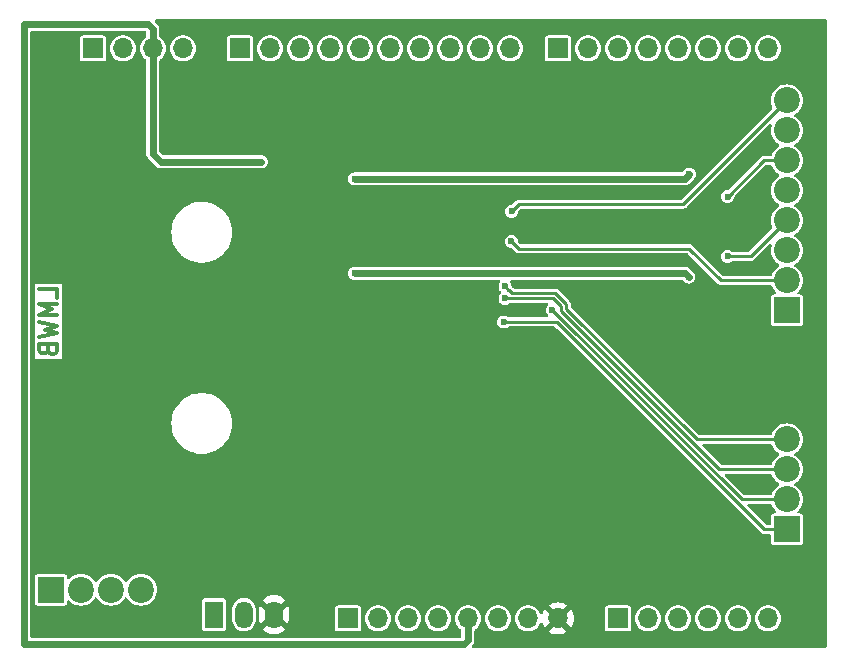
<source format=gbl>
G04 #@! TF.GenerationSoftware,KiCad,Pcbnew,8.0.4*
G04 #@! TF.CreationDate,2024-08-25T09:48:10+02:00*
G04 #@! TF.ProjectId,RTC-Messbruecke-from-template,5254432d-4d65-4737-9362-727565636b65,rev?*
G04 #@! TF.SameCoordinates,Original*
G04 #@! TF.FileFunction,Copper,L2,Bot*
G04 #@! TF.FilePolarity,Positive*
%FSLAX46Y46*%
G04 Gerber Fmt 4.6, Leading zero omitted, Abs format (unit mm)*
G04 Created by KiCad (PCBNEW 8.0.4) date 2024-08-25 09:48:10*
%MOMM*%
%LPD*%
G01*
G04 APERTURE LIST*
%ADD10C,0.300000*%
G04 #@! TA.AperFunction,NonConductor*
%ADD11C,0.300000*%
G04 #@! TD*
G04 #@! TA.AperFunction,ComponentPad*
%ADD12R,1.700000X1.700000*%
G04 #@! TD*
G04 #@! TA.AperFunction,ComponentPad*
%ADD13O,1.700000X1.700000*%
G04 #@! TD*
G04 #@! TA.AperFunction,ComponentPad*
%ADD14R,2.200000X2.200000*%
G04 #@! TD*
G04 #@! TA.AperFunction,ComponentPad*
%ADD15C,2.200000*%
G04 #@! TD*
G04 #@! TA.AperFunction,ComponentPad*
%ADD16R,1.500000X2.300000*%
G04 #@! TD*
G04 #@! TA.AperFunction,ComponentPad*
%ADD17O,1.500000X2.300000*%
G04 #@! TD*
G04 #@! TA.AperFunction,ViaPad*
%ADD18C,0.600000*%
G04 #@! TD*
G04 #@! TA.AperFunction,Conductor*
%ADD19C,0.600000*%
G04 #@! TD*
G04 #@! TA.AperFunction,Conductor*
%ADD20C,0.250000*%
G04 #@! TD*
G04 APERTURE END LIST*
D10*
D11*
X103328328Y-70299999D02*
X103328328Y-69585713D01*
X103328328Y-69585713D02*
X101828328Y-69585713D01*
X103328328Y-70799999D02*
X101828328Y-70799999D01*
X101828328Y-70799999D02*
X102899757Y-71299999D01*
X102899757Y-71299999D02*
X101828328Y-71799999D01*
X101828328Y-71799999D02*
X103328328Y-71799999D01*
X101828328Y-72371428D02*
X103328328Y-72728571D01*
X103328328Y-72728571D02*
X102256900Y-73014285D01*
X102256900Y-73014285D02*
X103328328Y-73300000D01*
X103328328Y-73300000D02*
X101828328Y-73657143D01*
X102542614Y-74728571D02*
X102614042Y-74942857D01*
X102614042Y-74942857D02*
X102685471Y-75014286D01*
X102685471Y-75014286D02*
X102828328Y-75085714D01*
X102828328Y-75085714D02*
X103042614Y-75085714D01*
X103042614Y-75085714D02*
X103185471Y-75014286D01*
X103185471Y-75014286D02*
X103256900Y-74942857D01*
X103256900Y-74942857D02*
X103328328Y-74800000D01*
X103328328Y-74800000D02*
X103328328Y-74228571D01*
X103328328Y-74228571D02*
X101828328Y-74228571D01*
X101828328Y-74228571D02*
X101828328Y-74728571D01*
X101828328Y-74728571D02*
X101899757Y-74871429D01*
X101899757Y-74871429D02*
X101971185Y-74942857D01*
X101971185Y-74942857D02*
X102114042Y-75014286D01*
X102114042Y-75014286D02*
X102256900Y-75014286D01*
X102256900Y-75014286D02*
X102399757Y-74942857D01*
X102399757Y-74942857D02*
X102471185Y-74871429D01*
X102471185Y-74871429D02*
X102542614Y-74728571D01*
X102542614Y-74728571D02*
X102542614Y-74228571D01*
D12*
X127940000Y-97460000D03*
D13*
X130480000Y-97460000D03*
X133020000Y-97460000D03*
X135560000Y-97460000D03*
X138100000Y-97460000D03*
X140640000Y-97460000D03*
X143180000Y-97460000D03*
X145720000Y-97460000D03*
D12*
X150800000Y-97460000D03*
D13*
X153340000Y-97460000D03*
X155880000Y-97460000D03*
X158420000Y-97460000D03*
X160960000Y-97460000D03*
X163500000Y-97460000D03*
D12*
X118796000Y-49200000D03*
D13*
X121336000Y-49200000D03*
X123876000Y-49200000D03*
X126416000Y-49200000D03*
X128956000Y-49200000D03*
X131496000Y-49200000D03*
X134036000Y-49200000D03*
X136576000Y-49200000D03*
X139116000Y-49200000D03*
X141656000Y-49200000D03*
D12*
X145720000Y-49200000D03*
D13*
X148260000Y-49200000D03*
X150800000Y-49200000D03*
X153340000Y-49200000D03*
X155880000Y-49200000D03*
X158420000Y-49200000D03*
X160960000Y-49200000D03*
X163500000Y-49200000D03*
D12*
X106350000Y-49200000D03*
D13*
X108890000Y-49200000D03*
X111430000Y-49200000D03*
X113970000Y-49200000D03*
D14*
X165100000Y-71374001D03*
D15*
X165100000Y-68834001D03*
X165100000Y-66294002D03*
X165100000Y-63754001D03*
X165100000Y-61214001D03*
X165100000Y-58674001D03*
X165100000Y-56134001D03*
X165100000Y-53594000D03*
D14*
X102800000Y-95020000D03*
D15*
X105340000Y-95020000D03*
X107880000Y-95020000D03*
X110420000Y-95020000D03*
D14*
X165100000Y-89916000D03*
D15*
X165100000Y-87376000D03*
X165100000Y-84836001D03*
X165100000Y-82296000D03*
D16*
X116603000Y-97127500D03*
D17*
X119143000Y-97127500D03*
X121683000Y-97127500D03*
D18*
X120600000Y-58800000D03*
X141250003Y-69350000D03*
X141249999Y-70350002D03*
X145250000Y-71347464D03*
X141121631Y-72345833D03*
X111950000Y-71100000D03*
X138750000Y-64250000D03*
X141374999Y-56050000D03*
X141374999Y-59050000D03*
X139874999Y-57550000D03*
X112900000Y-71100000D03*
X141750000Y-64250000D03*
X108300000Y-71100000D03*
X160100000Y-61750000D03*
X160100000Y-66800000D03*
X141792000Y-62992000D03*
X141775000Y-65525000D03*
X128500000Y-60250000D03*
X156850000Y-59850000D03*
X156800000Y-68550000D03*
X128500000Y-68250000D03*
D19*
X111430000Y-49200000D02*
X111430000Y-58130000D01*
X111430000Y-58130000D02*
X112100000Y-58800000D01*
X112100000Y-58800000D02*
X120600000Y-58800000D01*
X111430000Y-47530000D02*
X111050000Y-47150000D01*
X100500000Y-47150000D02*
X100500000Y-99624800D01*
X111050000Y-47150000D02*
X100500000Y-47150000D01*
X138100000Y-99300000D02*
X138100000Y-97460000D01*
X137775200Y-99624800D02*
X138100000Y-99300000D01*
X111430000Y-49200000D02*
X111430000Y-47530000D01*
X100500000Y-99624800D02*
X137775200Y-99624800D01*
D20*
X146425000Y-71249672D02*
X157471328Y-82296000D01*
X157471328Y-82296000D02*
X165100000Y-82296000D01*
X141825304Y-69900002D02*
X145464239Y-69900002D01*
X141250003Y-69350000D02*
X141525005Y-69625002D01*
X141550304Y-69625002D02*
X141825304Y-69900002D01*
X145464239Y-69900002D02*
X146425000Y-70860763D01*
X146425000Y-70860763D02*
X146425000Y-71249672D01*
X141525005Y-69625002D02*
X141550304Y-69625002D01*
X145975000Y-71047159D02*
X145975000Y-71436068D01*
X141249999Y-70350002D02*
X145277843Y-70350002D01*
X145975000Y-71436068D02*
X159374933Y-84836001D01*
X159374933Y-84836001D02*
X165100000Y-84836001D01*
X145277843Y-70350002D02*
X145975000Y-71047159D01*
X161278536Y-87376000D02*
X165100000Y-87376000D01*
X145250000Y-71347464D02*
X161278536Y-87376000D01*
X145611973Y-72345833D02*
X163182140Y-89916000D01*
X141121631Y-72345833D02*
X145611973Y-72345833D01*
X163182140Y-89916000D02*
X165100000Y-89916000D01*
X160100000Y-61750000D02*
X163175999Y-58674001D01*
X163175999Y-58674001D02*
X165100000Y-58674001D01*
X160100000Y-66800000D02*
X162054001Y-66800000D01*
X162054001Y-66800000D02*
X165100000Y-63754001D01*
X156319000Y-62375000D02*
X165100000Y-53594000D01*
X142409000Y-62375000D02*
X156319000Y-62375000D01*
X141792000Y-62992000D02*
X142409000Y-62375000D01*
X156850000Y-66150000D02*
X159534001Y-68834001D01*
X142400000Y-66150000D02*
X156850000Y-66150000D01*
X141775000Y-65525000D02*
X142400000Y-66150000D01*
X159534001Y-68834001D02*
X165100000Y-68834001D01*
D19*
X128500000Y-60250000D02*
X156450000Y-60250000D01*
X156450000Y-60250000D02*
X156850000Y-59850000D01*
X156500000Y-68250000D02*
X156800000Y-68550000D01*
X128500000Y-68250000D02*
X156500000Y-68250000D01*
G04 #@! TA.AperFunction,Conductor*
G36*
X168447339Y-46754985D02*
G01*
X168493094Y-46807789D01*
X168504300Y-46859300D01*
X168504300Y-99800300D01*
X168484615Y-99867339D01*
X168431811Y-99913094D01*
X168380300Y-99924300D01*
X138553586Y-99924300D01*
X138486547Y-99904615D01*
X138440792Y-99851811D01*
X138430848Y-99782653D01*
X138459873Y-99719097D01*
X138465905Y-99712619D01*
X138540510Y-99638014D01*
X138612984Y-99512485D01*
X138650500Y-99372474D01*
X138650500Y-99227525D01*
X138650500Y-98482587D01*
X138670185Y-98415548D01*
X138709220Y-98377162D01*
X138766041Y-98341981D01*
X138916764Y-98204579D01*
X139039673Y-98041821D01*
X139130582Y-97859250D01*
X139186397Y-97663083D01*
X139205215Y-97460000D01*
X139205215Y-97459999D01*
X139534785Y-97459999D01*
X139534785Y-97460000D01*
X139553602Y-97663082D01*
X139609417Y-97859247D01*
X139609422Y-97859260D01*
X139700327Y-98041821D01*
X139823237Y-98204581D01*
X139973958Y-98341980D01*
X139973960Y-98341982D01*
X140048539Y-98388159D01*
X140147363Y-98449348D01*
X140337544Y-98523024D01*
X140538024Y-98560500D01*
X140538026Y-98560500D01*
X140741974Y-98560500D01*
X140741976Y-98560500D01*
X140942456Y-98523024D01*
X141132637Y-98449348D01*
X141306041Y-98341981D01*
X141456764Y-98204579D01*
X141579673Y-98041821D01*
X141670582Y-97859250D01*
X141726397Y-97663083D01*
X141745215Y-97460000D01*
X141745215Y-97459999D01*
X142074785Y-97459999D01*
X142074785Y-97460000D01*
X142093602Y-97663082D01*
X142149417Y-97859247D01*
X142149422Y-97859260D01*
X142240327Y-98041821D01*
X142363237Y-98204581D01*
X142513958Y-98341980D01*
X142513960Y-98341982D01*
X142588539Y-98388159D01*
X142687363Y-98449348D01*
X142877544Y-98523024D01*
X143078024Y-98560500D01*
X143078026Y-98560500D01*
X143281974Y-98560500D01*
X143281976Y-98560500D01*
X143482456Y-98523024D01*
X143672637Y-98449348D01*
X143846041Y-98341981D01*
X143996764Y-98204579D01*
X144119673Y-98041821D01*
X144206817Y-97866812D01*
X144254319Y-97815575D01*
X144321982Y-97798153D01*
X144388323Y-97820078D01*
X144432278Y-97874389D01*
X144437592Y-97889989D01*
X144446567Y-97923485D01*
X144446570Y-97923492D01*
X144546400Y-98137579D01*
X144546402Y-98137583D01*
X144605072Y-98221373D01*
X144605073Y-98221373D01*
X145237037Y-97589409D01*
X145254075Y-97652993D01*
X145319901Y-97767007D01*
X145412993Y-97860099D01*
X145527007Y-97925925D01*
X145590590Y-97942962D01*
X144958625Y-98574925D01*
X145042421Y-98633599D01*
X145256507Y-98733429D01*
X145256516Y-98733433D01*
X145484673Y-98794567D01*
X145484684Y-98794569D01*
X145719998Y-98815157D01*
X145720002Y-98815157D01*
X145955315Y-98794569D01*
X145955326Y-98794567D01*
X146183483Y-98733433D01*
X146183492Y-98733429D01*
X146397578Y-98633600D01*
X146397582Y-98633598D01*
X146481373Y-98574926D01*
X146481373Y-98574925D01*
X145849409Y-97942962D01*
X145912993Y-97925925D01*
X146027007Y-97860099D01*
X146120099Y-97767007D01*
X146185925Y-97652993D01*
X146202962Y-97589410D01*
X146834925Y-98221373D01*
X146834926Y-98221373D01*
X146893598Y-98137582D01*
X146893600Y-98137578D01*
X146993429Y-97923492D01*
X146993433Y-97923483D01*
X147054567Y-97695326D01*
X147054569Y-97695315D01*
X147075157Y-97460001D01*
X147075157Y-97459998D01*
X147054569Y-97224684D01*
X147054567Y-97224673D01*
X146993433Y-96996516D01*
X146993429Y-96996507D01*
X146893600Y-96782423D01*
X146893599Y-96782421D01*
X146834925Y-96698626D01*
X146834925Y-96698625D01*
X146202962Y-97330589D01*
X146185925Y-97267007D01*
X146120099Y-97152993D01*
X146027007Y-97059901D01*
X145912993Y-96994075D01*
X145849410Y-96977037D01*
X146241125Y-96585321D01*
X149699500Y-96585321D01*
X149699500Y-98334678D01*
X149714032Y-98407735D01*
X149714033Y-98407739D01*
X149714034Y-98407740D01*
X149769399Y-98490601D01*
X149825372Y-98528000D01*
X149852260Y-98545966D01*
X149852264Y-98545967D01*
X149925321Y-98560499D01*
X149925324Y-98560500D01*
X149925326Y-98560500D01*
X151674676Y-98560500D01*
X151674677Y-98560499D01*
X151747740Y-98545966D01*
X151830601Y-98490601D01*
X151885966Y-98407740D01*
X151900500Y-98334674D01*
X151900500Y-97459999D01*
X152234785Y-97459999D01*
X152234785Y-97460000D01*
X152253602Y-97663082D01*
X152309417Y-97859247D01*
X152309422Y-97859260D01*
X152400327Y-98041821D01*
X152523237Y-98204581D01*
X152673958Y-98341980D01*
X152673960Y-98341982D01*
X152748539Y-98388159D01*
X152847363Y-98449348D01*
X153037544Y-98523024D01*
X153238024Y-98560500D01*
X153238026Y-98560500D01*
X153441974Y-98560500D01*
X153441976Y-98560500D01*
X153642456Y-98523024D01*
X153832637Y-98449348D01*
X154006041Y-98341981D01*
X154156764Y-98204579D01*
X154279673Y-98041821D01*
X154370582Y-97859250D01*
X154426397Y-97663083D01*
X154445215Y-97460000D01*
X154445215Y-97459999D01*
X154774785Y-97459999D01*
X154774785Y-97460000D01*
X154793602Y-97663082D01*
X154849417Y-97859247D01*
X154849422Y-97859260D01*
X154940327Y-98041821D01*
X155063237Y-98204581D01*
X155213958Y-98341980D01*
X155213960Y-98341982D01*
X155288539Y-98388159D01*
X155387363Y-98449348D01*
X155577544Y-98523024D01*
X155778024Y-98560500D01*
X155778026Y-98560500D01*
X155981974Y-98560500D01*
X155981976Y-98560500D01*
X156182456Y-98523024D01*
X156372637Y-98449348D01*
X156546041Y-98341981D01*
X156696764Y-98204579D01*
X156819673Y-98041821D01*
X156910582Y-97859250D01*
X156966397Y-97663083D01*
X156985215Y-97460000D01*
X156985215Y-97459999D01*
X157314785Y-97459999D01*
X157314785Y-97460000D01*
X157333602Y-97663082D01*
X157389417Y-97859247D01*
X157389422Y-97859260D01*
X157480327Y-98041821D01*
X157603237Y-98204581D01*
X157753958Y-98341980D01*
X157753960Y-98341982D01*
X157828539Y-98388159D01*
X157927363Y-98449348D01*
X158117544Y-98523024D01*
X158318024Y-98560500D01*
X158318026Y-98560500D01*
X158521974Y-98560500D01*
X158521976Y-98560500D01*
X158722456Y-98523024D01*
X158912637Y-98449348D01*
X159086041Y-98341981D01*
X159236764Y-98204579D01*
X159359673Y-98041821D01*
X159450582Y-97859250D01*
X159506397Y-97663083D01*
X159525215Y-97460000D01*
X159525215Y-97459999D01*
X159854785Y-97459999D01*
X159854785Y-97460000D01*
X159873602Y-97663082D01*
X159929417Y-97859247D01*
X159929422Y-97859260D01*
X160020327Y-98041821D01*
X160143237Y-98204581D01*
X160293958Y-98341980D01*
X160293960Y-98341982D01*
X160368539Y-98388159D01*
X160467363Y-98449348D01*
X160657544Y-98523024D01*
X160858024Y-98560500D01*
X160858026Y-98560500D01*
X161061974Y-98560500D01*
X161061976Y-98560500D01*
X161262456Y-98523024D01*
X161452637Y-98449348D01*
X161626041Y-98341981D01*
X161776764Y-98204579D01*
X161899673Y-98041821D01*
X161990582Y-97859250D01*
X162046397Y-97663083D01*
X162065215Y-97460000D01*
X162065215Y-97459999D01*
X162394785Y-97459999D01*
X162394785Y-97460000D01*
X162413602Y-97663082D01*
X162469417Y-97859247D01*
X162469422Y-97859260D01*
X162560327Y-98041821D01*
X162683237Y-98204581D01*
X162833958Y-98341980D01*
X162833960Y-98341982D01*
X162908539Y-98388159D01*
X163007363Y-98449348D01*
X163197544Y-98523024D01*
X163398024Y-98560500D01*
X163398026Y-98560500D01*
X163601974Y-98560500D01*
X163601976Y-98560500D01*
X163802456Y-98523024D01*
X163992637Y-98449348D01*
X164166041Y-98341981D01*
X164316764Y-98204579D01*
X164439673Y-98041821D01*
X164530582Y-97859250D01*
X164586397Y-97663083D01*
X164605215Y-97460000D01*
X164599115Y-97394174D01*
X164586397Y-97256917D01*
X164577223Y-97224673D01*
X164530582Y-97060750D01*
X164530159Y-97059901D01*
X164467721Y-96934507D01*
X164439673Y-96878179D01*
X164367360Y-96782421D01*
X164316762Y-96715418D01*
X164166041Y-96578019D01*
X164166039Y-96578017D01*
X163992642Y-96470655D01*
X163992635Y-96470651D01*
X163886150Y-96429399D01*
X163802456Y-96396976D01*
X163601976Y-96359500D01*
X163398024Y-96359500D01*
X163197544Y-96396976D01*
X163197541Y-96396976D01*
X163197541Y-96396977D01*
X163007364Y-96470651D01*
X163007357Y-96470655D01*
X162833960Y-96578017D01*
X162833958Y-96578019D01*
X162683237Y-96715418D01*
X162560327Y-96878178D01*
X162469422Y-97060739D01*
X162469417Y-97060752D01*
X162413602Y-97256917D01*
X162394785Y-97459999D01*
X162065215Y-97459999D01*
X162059115Y-97394174D01*
X162046397Y-97256917D01*
X162037223Y-97224673D01*
X161990582Y-97060750D01*
X161990159Y-97059901D01*
X161927721Y-96934507D01*
X161899673Y-96878179D01*
X161827360Y-96782421D01*
X161776762Y-96715418D01*
X161626041Y-96578019D01*
X161626039Y-96578017D01*
X161452642Y-96470655D01*
X161452635Y-96470651D01*
X161346150Y-96429399D01*
X161262456Y-96396976D01*
X161061976Y-96359500D01*
X160858024Y-96359500D01*
X160657544Y-96396976D01*
X160657541Y-96396976D01*
X160657541Y-96396977D01*
X160467364Y-96470651D01*
X160467357Y-96470655D01*
X160293960Y-96578017D01*
X160293958Y-96578019D01*
X160143237Y-96715418D01*
X160020327Y-96878178D01*
X159929422Y-97060739D01*
X159929417Y-97060752D01*
X159873602Y-97256917D01*
X159854785Y-97459999D01*
X159525215Y-97459999D01*
X159519115Y-97394174D01*
X159506397Y-97256917D01*
X159497223Y-97224673D01*
X159450582Y-97060750D01*
X159450159Y-97059901D01*
X159387721Y-96934507D01*
X159359673Y-96878179D01*
X159287360Y-96782421D01*
X159236762Y-96715418D01*
X159086041Y-96578019D01*
X159086039Y-96578017D01*
X158912642Y-96470655D01*
X158912635Y-96470651D01*
X158806150Y-96429399D01*
X158722456Y-96396976D01*
X158521976Y-96359500D01*
X158318024Y-96359500D01*
X158117544Y-96396976D01*
X158117541Y-96396976D01*
X158117541Y-96396977D01*
X157927364Y-96470651D01*
X157927357Y-96470655D01*
X157753960Y-96578017D01*
X157753958Y-96578019D01*
X157603237Y-96715418D01*
X157480327Y-96878178D01*
X157389422Y-97060739D01*
X157389417Y-97060752D01*
X157333602Y-97256917D01*
X157314785Y-97459999D01*
X156985215Y-97459999D01*
X156979115Y-97394174D01*
X156966397Y-97256917D01*
X156957223Y-97224673D01*
X156910582Y-97060750D01*
X156910159Y-97059901D01*
X156847721Y-96934507D01*
X156819673Y-96878179D01*
X156747360Y-96782421D01*
X156696762Y-96715418D01*
X156546041Y-96578019D01*
X156546039Y-96578017D01*
X156372642Y-96470655D01*
X156372635Y-96470651D01*
X156266150Y-96429399D01*
X156182456Y-96396976D01*
X155981976Y-96359500D01*
X155778024Y-96359500D01*
X155577544Y-96396976D01*
X155577541Y-96396976D01*
X155577541Y-96396977D01*
X155387364Y-96470651D01*
X155387357Y-96470655D01*
X155213960Y-96578017D01*
X155213958Y-96578019D01*
X155063237Y-96715418D01*
X154940327Y-96878178D01*
X154849422Y-97060739D01*
X154849417Y-97060752D01*
X154793602Y-97256917D01*
X154774785Y-97459999D01*
X154445215Y-97459999D01*
X154439115Y-97394174D01*
X154426397Y-97256917D01*
X154417223Y-97224673D01*
X154370582Y-97060750D01*
X154370159Y-97059901D01*
X154307721Y-96934507D01*
X154279673Y-96878179D01*
X154207360Y-96782421D01*
X154156762Y-96715418D01*
X154006041Y-96578019D01*
X154006039Y-96578017D01*
X153832642Y-96470655D01*
X153832635Y-96470651D01*
X153726150Y-96429399D01*
X153642456Y-96396976D01*
X153441976Y-96359500D01*
X153238024Y-96359500D01*
X153037544Y-96396976D01*
X153037541Y-96396976D01*
X153037541Y-96396977D01*
X152847364Y-96470651D01*
X152847357Y-96470655D01*
X152673960Y-96578017D01*
X152673958Y-96578019D01*
X152523237Y-96715418D01*
X152400327Y-96878178D01*
X152309422Y-97060739D01*
X152309417Y-97060752D01*
X152253602Y-97256917D01*
X152234785Y-97459999D01*
X151900500Y-97459999D01*
X151900500Y-96585326D01*
X151900500Y-96585323D01*
X151900499Y-96585321D01*
X151885967Y-96512264D01*
X151885966Y-96512260D01*
X151830601Y-96429399D01*
X151747740Y-96374034D01*
X151747739Y-96374033D01*
X151747735Y-96374032D01*
X151674677Y-96359500D01*
X151674674Y-96359500D01*
X149925326Y-96359500D01*
X149925323Y-96359500D01*
X149852264Y-96374032D01*
X149852260Y-96374033D01*
X149769399Y-96429399D01*
X149714033Y-96512260D01*
X149714032Y-96512264D01*
X149699500Y-96585321D01*
X146241125Y-96585321D01*
X146481373Y-96345073D01*
X146481373Y-96345072D01*
X146397583Y-96286402D01*
X146397579Y-96286400D01*
X146183492Y-96186570D01*
X146183483Y-96186566D01*
X145955326Y-96125432D01*
X145955315Y-96125430D01*
X145720002Y-96104843D01*
X145719998Y-96104843D01*
X145484684Y-96125430D01*
X145484673Y-96125432D01*
X145256516Y-96186566D01*
X145256507Y-96186570D01*
X145042419Y-96286401D01*
X144958625Y-96345072D01*
X145590590Y-96977037D01*
X145527007Y-96994075D01*
X145412993Y-97059901D01*
X145319901Y-97152993D01*
X145254075Y-97267007D01*
X145237037Y-97330589D01*
X144605073Y-96698625D01*
X144605072Y-96698625D01*
X144546401Y-96782419D01*
X144446570Y-96996507D01*
X144446568Y-96996511D01*
X144437592Y-97030011D01*
X144401226Y-97089671D01*
X144338379Y-97120199D01*
X144269003Y-97111904D01*
X144215126Y-97067418D01*
X144206817Y-97053188D01*
X144147721Y-96934507D01*
X144119673Y-96878179D01*
X144047360Y-96782421D01*
X143996762Y-96715418D01*
X143846041Y-96578019D01*
X143846039Y-96578017D01*
X143672642Y-96470655D01*
X143672635Y-96470651D01*
X143566150Y-96429399D01*
X143482456Y-96396976D01*
X143281976Y-96359500D01*
X143078024Y-96359500D01*
X142877544Y-96396976D01*
X142877541Y-96396976D01*
X142877541Y-96396977D01*
X142687364Y-96470651D01*
X142687357Y-96470655D01*
X142513960Y-96578017D01*
X142513958Y-96578019D01*
X142363237Y-96715418D01*
X142240327Y-96878178D01*
X142149422Y-97060739D01*
X142149417Y-97060752D01*
X142093602Y-97256917D01*
X142074785Y-97459999D01*
X141745215Y-97459999D01*
X141739115Y-97394174D01*
X141726397Y-97256917D01*
X141717223Y-97224673D01*
X141670582Y-97060750D01*
X141670159Y-97059901D01*
X141607721Y-96934507D01*
X141579673Y-96878179D01*
X141507360Y-96782421D01*
X141456762Y-96715418D01*
X141306041Y-96578019D01*
X141306039Y-96578017D01*
X141132642Y-96470655D01*
X141132635Y-96470651D01*
X141026150Y-96429399D01*
X140942456Y-96396976D01*
X140741976Y-96359500D01*
X140538024Y-96359500D01*
X140337544Y-96396976D01*
X140337541Y-96396976D01*
X140337541Y-96396977D01*
X140147364Y-96470651D01*
X140147357Y-96470655D01*
X139973960Y-96578017D01*
X139973958Y-96578019D01*
X139823237Y-96715418D01*
X139700327Y-96878178D01*
X139609422Y-97060739D01*
X139609417Y-97060752D01*
X139553602Y-97256917D01*
X139534785Y-97459999D01*
X139205215Y-97459999D01*
X139199115Y-97394174D01*
X139186397Y-97256917D01*
X139177223Y-97224673D01*
X139130582Y-97060750D01*
X139130159Y-97059901D01*
X139067721Y-96934507D01*
X139039673Y-96878179D01*
X138967360Y-96782421D01*
X138916762Y-96715418D01*
X138766041Y-96578019D01*
X138766039Y-96578017D01*
X138592642Y-96470655D01*
X138592635Y-96470651D01*
X138486150Y-96429399D01*
X138402456Y-96396976D01*
X138201976Y-96359500D01*
X137998024Y-96359500D01*
X137797544Y-96396976D01*
X137797541Y-96396976D01*
X137797541Y-96396977D01*
X137607364Y-96470651D01*
X137607357Y-96470655D01*
X137433960Y-96578017D01*
X137433958Y-96578019D01*
X137283237Y-96715418D01*
X137160327Y-96878178D01*
X137069422Y-97060739D01*
X137069417Y-97060752D01*
X137013602Y-97256917D01*
X136994785Y-97459999D01*
X136994785Y-97460000D01*
X137013602Y-97663082D01*
X137069417Y-97859247D01*
X137069422Y-97859260D01*
X137119585Y-97960000D01*
X137160327Y-98041821D01*
X137283236Y-98204579D01*
X137433959Y-98341981D01*
X137490778Y-98377161D01*
X137537412Y-98429187D01*
X137549500Y-98482587D01*
X137549500Y-98950300D01*
X137529815Y-99017339D01*
X137477011Y-99063094D01*
X137425500Y-99074300D01*
X101174500Y-99074300D01*
X101107461Y-99054615D01*
X101061706Y-99001811D01*
X101050500Y-98950300D01*
X101050500Y-93895321D01*
X101449500Y-93895321D01*
X101449500Y-96144678D01*
X101464032Y-96217735D01*
X101464033Y-96217739D01*
X101464034Y-96217740D01*
X101519399Y-96300601D01*
X101585956Y-96345072D01*
X101602260Y-96355966D01*
X101602264Y-96355967D01*
X101675321Y-96370499D01*
X101675324Y-96370500D01*
X101675326Y-96370500D01*
X103924676Y-96370500D01*
X103924677Y-96370499D01*
X103997740Y-96355966D01*
X104080601Y-96300601D01*
X104135966Y-96217740D01*
X104150500Y-96144674D01*
X104150500Y-96039758D01*
X104170185Y-95972719D01*
X104222989Y-95926964D01*
X104292147Y-95917020D01*
X104355703Y-95946045D01*
X104362181Y-95952077D01*
X104468599Y-96058495D01*
X104513190Y-96089718D01*
X104662165Y-96194032D01*
X104662167Y-96194033D01*
X104662170Y-96194035D01*
X104876337Y-96293903D01*
X104876343Y-96293904D01*
X104876344Y-96293905D01*
X104914942Y-96304247D01*
X105104592Y-96355063D01*
X105281034Y-96370500D01*
X105339999Y-96375659D01*
X105340000Y-96375659D01*
X105340001Y-96375659D01*
X105398966Y-96370500D01*
X105575408Y-96355063D01*
X105803663Y-96293903D01*
X106017830Y-96194035D01*
X106211401Y-96058495D01*
X106378495Y-95891401D01*
X106508425Y-95705842D01*
X106563002Y-95662217D01*
X106632500Y-95655023D01*
X106694855Y-95686546D01*
X106711575Y-95705842D01*
X106841500Y-95891395D01*
X106841505Y-95891401D01*
X107008599Y-96058495D01*
X107053190Y-96089718D01*
X107202165Y-96194032D01*
X107202167Y-96194033D01*
X107202170Y-96194035D01*
X107416337Y-96293903D01*
X107416343Y-96293904D01*
X107416344Y-96293905D01*
X107454942Y-96304247D01*
X107644592Y-96355063D01*
X107821034Y-96370500D01*
X107879999Y-96375659D01*
X107880000Y-96375659D01*
X107880001Y-96375659D01*
X107938966Y-96370500D01*
X108115408Y-96355063D01*
X108343663Y-96293903D01*
X108557830Y-96194035D01*
X108751401Y-96058495D01*
X108918495Y-95891401D01*
X109048425Y-95705842D01*
X109103002Y-95662217D01*
X109172500Y-95655023D01*
X109234855Y-95686546D01*
X109251575Y-95705842D01*
X109381500Y-95891395D01*
X109381505Y-95891401D01*
X109548599Y-96058495D01*
X109593190Y-96089718D01*
X109742165Y-96194032D01*
X109742167Y-96194033D01*
X109742170Y-96194035D01*
X109956337Y-96293903D01*
X109956343Y-96293904D01*
X109956344Y-96293905D01*
X109994942Y-96304247D01*
X110184592Y-96355063D01*
X110361034Y-96370500D01*
X110419999Y-96375659D01*
X110420000Y-96375659D01*
X110420001Y-96375659D01*
X110478966Y-96370500D01*
X110655408Y-96355063D01*
X110883663Y-96293903D01*
X111097830Y-96194035D01*
X111291401Y-96058495D01*
X111397075Y-95952821D01*
X115602500Y-95952821D01*
X115602500Y-98302178D01*
X115617032Y-98375235D01*
X115617033Y-98375239D01*
X115617034Y-98375240D01*
X115672399Y-98458101D01*
X115721040Y-98490601D01*
X115755260Y-98513466D01*
X115755264Y-98513467D01*
X115828321Y-98527999D01*
X115828324Y-98528000D01*
X115828326Y-98528000D01*
X117377676Y-98528000D01*
X117377677Y-98527999D01*
X117450740Y-98513466D01*
X117533601Y-98458101D01*
X117588966Y-98375240D01*
X117603500Y-98302174D01*
X117603500Y-97626043D01*
X118142499Y-97626043D01*
X118180947Y-97819329D01*
X118180950Y-97819339D01*
X118256364Y-98001407D01*
X118256371Y-98001420D01*
X118365860Y-98165281D01*
X118365863Y-98165285D01*
X118505214Y-98304636D01*
X118505218Y-98304639D01*
X118669079Y-98414128D01*
X118669092Y-98414135D01*
X118834352Y-98482587D01*
X118851165Y-98489551D01*
X118851169Y-98489551D01*
X118851170Y-98489552D01*
X119044456Y-98528000D01*
X119044459Y-98528000D01*
X119241543Y-98528000D01*
X119371582Y-98502132D01*
X119434835Y-98489551D01*
X119580568Y-98429187D01*
X119616907Y-98414135D01*
X119616907Y-98414134D01*
X119616914Y-98414132D01*
X119780782Y-98304639D01*
X119920139Y-98165282D01*
X120029632Y-98001414D01*
X120105051Y-97819335D01*
X120129718Y-97695326D01*
X120143500Y-97626043D01*
X120143500Y-96629117D01*
X120433000Y-96629117D01*
X120433000Y-97625882D01*
X120463778Y-97820205D01*
X120463778Y-97820206D01*
X120506194Y-97950751D01*
X121200037Y-97256909D01*
X121217075Y-97320493D01*
X121282901Y-97434507D01*
X121375993Y-97527599D01*
X121490007Y-97593425D01*
X121553590Y-97610462D01*
X120775893Y-98388159D01*
X120868678Y-98480944D01*
X121027856Y-98596595D01*
X121203164Y-98685918D01*
X121390294Y-98746721D01*
X121584618Y-98777500D01*
X121781382Y-98777500D01*
X121975705Y-98746721D01*
X122162835Y-98685918D01*
X122338143Y-98596595D01*
X122497322Y-98480943D01*
X122590106Y-98388158D01*
X121812409Y-97610462D01*
X121875993Y-97593425D01*
X121990007Y-97527599D01*
X122083099Y-97434507D01*
X122148925Y-97320493D01*
X122165962Y-97256910D01*
X122859803Y-97950751D01*
X122859803Y-97950750D01*
X122902221Y-97820203D01*
X122933000Y-97625882D01*
X122933000Y-96629117D01*
X122926063Y-96585321D01*
X126839500Y-96585321D01*
X126839500Y-98334678D01*
X126854032Y-98407735D01*
X126854033Y-98407739D01*
X126854034Y-98407740D01*
X126909399Y-98490601D01*
X126965372Y-98528000D01*
X126992260Y-98545966D01*
X126992264Y-98545967D01*
X127065321Y-98560499D01*
X127065324Y-98560500D01*
X127065326Y-98560500D01*
X128814676Y-98560500D01*
X128814677Y-98560499D01*
X128887740Y-98545966D01*
X128970601Y-98490601D01*
X129025966Y-98407740D01*
X129040500Y-98334674D01*
X129040500Y-97459999D01*
X129374785Y-97459999D01*
X129374785Y-97460000D01*
X129393602Y-97663082D01*
X129449417Y-97859247D01*
X129449422Y-97859260D01*
X129540327Y-98041821D01*
X129663237Y-98204581D01*
X129813958Y-98341980D01*
X129813960Y-98341982D01*
X129888539Y-98388159D01*
X129987363Y-98449348D01*
X130177544Y-98523024D01*
X130378024Y-98560500D01*
X130378026Y-98560500D01*
X130581974Y-98560500D01*
X130581976Y-98560500D01*
X130782456Y-98523024D01*
X130972637Y-98449348D01*
X131146041Y-98341981D01*
X131296764Y-98204579D01*
X131419673Y-98041821D01*
X131510582Y-97859250D01*
X131566397Y-97663083D01*
X131585215Y-97460000D01*
X131585215Y-97459999D01*
X131914785Y-97459999D01*
X131914785Y-97460000D01*
X131933602Y-97663082D01*
X131989417Y-97859247D01*
X131989422Y-97859260D01*
X132080327Y-98041821D01*
X132203237Y-98204581D01*
X132353958Y-98341980D01*
X132353960Y-98341982D01*
X132428539Y-98388159D01*
X132527363Y-98449348D01*
X132717544Y-98523024D01*
X132918024Y-98560500D01*
X132918026Y-98560500D01*
X133121974Y-98560500D01*
X133121976Y-98560500D01*
X133322456Y-98523024D01*
X133512637Y-98449348D01*
X133686041Y-98341981D01*
X133836764Y-98204579D01*
X133959673Y-98041821D01*
X134050582Y-97859250D01*
X134106397Y-97663083D01*
X134125215Y-97460000D01*
X134125215Y-97459999D01*
X134454785Y-97459999D01*
X134454785Y-97460000D01*
X134473602Y-97663082D01*
X134529417Y-97859247D01*
X134529422Y-97859260D01*
X134620327Y-98041821D01*
X134743237Y-98204581D01*
X134893958Y-98341980D01*
X134893960Y-98341982D01*
X134968539Y-98388159D01*
X135067363Y-98449348D01*
X135257544Y-98523024D01*
X135458024Y-98560500D01*
X135458026Y-98560500D01*
X135661974Y-98560500D01*
X135661976Y-98560500D01*
X135862456Y-98523024D01*
X136052637Y-98449348D01*
X136226041Y-98341981D01*
X136376764Y-98204579D01*
X136499673Y-98041821D01*
X136590582Y-97859250D01*
X136646397Y-97663083D01*
X136665215Y-97460000D01*
X136659115Y-97394174D01*
X136646397Y-97256917D01*
X136637223Y-97224673D01*
X136590582Y-97060750D01*
X136590159Y-97059901D01*
X136527721Y-96934507D01*
X136499673Y-96878179D01*
X136427360Y-96782421D01*
X136376762Y-96715418D01*
X136226041Y-96578019D01*
X136226039Y-96578017D01*
X136052642Y-96470655D01*
X136052635Y-96470651D01*
X135946150Y-96429399D01*
X135862456Y-96396976D01*
X135661976Y-96359500D01*
X135458024Y-96359500D01*
X135257544Y-96396976D01*
X135257541Y-96396976D01*
X135257541Y-96396977D01*
X135067364Y-96470651D01*
X135067357Y-96470655D01*
X134893960Y-96578017D01*
X134893958Y-96578019D01*
X134743237Y-96715418D01*
X134620327Y-96878178D01*
X134529422Y-97060739D01*
X134529417Y-97060752D01*
X134473602Y-97256917D01*
X134454785Y-97459999D01*
X134125215Y-97459999D01*
X134119115Y-97394174D01*
X134106397Y-97256917D01*
X134097223Y-97224673D01*
X134050582Y-97060750D01*
X134050159Y-97059901D01*
X133987721Y-96934507D01*
X133959673Y-96878179D01*
X133887360Y-96782421D01*
X133836762Y-96715418D01*
X133686041Y-96578019D01*
X133686039Y-96578017D01*
X133512642Y-96470655D01*
X133512635Y-96470651D01*
X133406150Y-96429399D01*
X133322456Y-96396976D01*
X133121976Y-96359500D01*
X132918024Y-96359500D01*
X132717544Y-96396976D01*
X132717541Y-96396976D01*
X132717541Y-96396977D01*
X132527364Y-96470651D01*
X132527357Y-96470655D01*
X132353960Y-96578017D01*
X132353958Y-96578019D01*
X132203237Y-96715418D01*
X132080327Y-96878178D01*
X131989422Y-97060739D01*
X131989417Y-97060752D01*
X131933602Y-97256917D01*
X131914785Y-97459999D01*
X131585215Y-97459999D01*
X131579115Y-97394174D01*
X131566397Y-97256917D01*
X131557223Y-97224673D01*
X131510582Y-97060750D01*
X131510159Y-97059901D01*
X131447721Y-96934507D01*
X131419673Y-96878179D01*
X131347360Y-96782421D01*
X131296762Y-96715418D01*
X131146041Y-96578019D01*
X131146039Y-96578017D01*
X130972642Y-96470655D01*
X130972635Y-96470651D01*
X130866150Y-96429399D01*
X130782456Y-96396976D01*
X130581976Y-96359500D01*
X130378024Y-96359500D01*
X130177544Y-96396976D01*
X130177541Y-96396976D01*
X130177541Y-96396977D01*
X129987364Y-96470651D01*
X129987357Y-96470655D01*
X129813960Y-96578017D01*
X129813958Y-96578019D01*
X129663237Y-96715418D01*
X129540327Y-96878178D01*
X129449422Y-97060739D01*
X129449417Y-97060752D01*
X129393602Y-97256917D01*
X129374785Y-97459999D01*
X129040500Y-97459999D01*
X129040500Y-96585326D01*
X129040500Y-96585323D01*
X129040499Y-96585321D01*
X129025967Y-96512264D01*
X129025966Y-96512260D01*
X128970601Y-96429399D01*
X128887740Y-96374034D01*
X128887739Y-96374033D01*
X128887735Y-96374032D01*
X128814677Y-96359500D01*
X128814674Y-96359500D01*
X127065326Y-96359500D01*
X127065323Y-96359500D01*
X126992264Y-96374032D01*
X126992260Y-96374033D01*
X126909399Y-96429399D01*
X126854033Y-96512260D01*
X126854032Y-96512264D01*
X126839500Y-96585321D01*
X122926063Y-96585321D01*
X122902221Y-96434796D01*
X122859803Y-96304247D01*
X122165962Y-96998089D01*
X122148925Y-96934507D01*
X122083099Y-96820493D01*
X121990007Y-96727401D01*
X121875993Y-96661575D01*
X121812410Y-96644537D01*
X122590106Y-95866841D01*
X122590106Y-95866840D01*
X122497318Y-95774053D01*
X122338143Y-95658404D01*
X122162835Y-95569081D01*
X121975705Y-95508278D01*
X121781382Y-95477500D01*
X121584618Y-95477500D01*
X121390294Y-95508278D01*
X121203164Y-95569081D01*
X121027856Y-95658404D01*
X120868681Y-95774053D01*
X120775893Y-95866840D01*
X121553590Y-96644537D01*
X121490007Y-96661575D01*
X121375993Y-96727401D01*
X121282901Y-96820493D01*
X121217075Y-96934507D01*
X121200037Y-96998090D01*
X120506194Y-96304247D01*
X120463779Y-96434786D01*
X120463779Y-96434789D01*
X120433000Y-96629117D01*
X120143500Y-96629117D01*
X120143500Y-96628956D01*
X120105052Y-96435670D01*
X120105051Y-96435669D01*
X120105051Y-96435665D01*
X120079523Y-96374034D01*
X120029635Y-96253592D01*
X120029628Y-96253579D01*
X119920139Y-96089718D01*
X119920136Y-96089714D01*
X119780785Y-95950363D01*
X119780781Y-95950360D01*
X119616920Y-95840871D01*
X119616907Y-95840864D01*
X119434839Y-95765450D01*
X119434829Y-95765447D01*
X119241543Y-95727000D01*
X119241541Y-95727000D01*
X119044459Y-95727000D01*
X119044457Y-95727000D01*
X118851170Y-95765447D01*
X118851160Y-95765450D01*
X118669092Y-95840864D01*
X118669079Y-95840871D01*
X118505218Y-95950360D01*
X118505214Y-95950363D01*
X118365863Y-96089714D01*
X118365860Y-96089718D01*
X118256371Y-96253579D01*
X118256364Y-96253592D01*
X118180950Y-96435660D01*
X118180947Y-96435670D01*
X118142500Y-96628956D01*
X118142500Y-96628959D01*
X118142500Y-97626041D01*
X118142500Y-97626043D01*
X118142499Y-97626043D01*
X117603500Y-97626043D01*
X117603500Y-95952826D01*
X117603500Y-95952823D01*
X117603499Y-95952821D01*
X117588967Y-95879764D01*
X117588966Y-95879760D01*
X117580333Y-95866840D01*
X117533601Y-95796899D01*
X117450740Y-95741534D01*
X117450739Y-95741533D01*
X117450735Y-95741532D01*
X117377677Y-95727000D01*
X117377674Y-95727000D01*
X115828326Y-95727000D01*
X115828323Y-95727000D01*
X115755264Y-95741532D01*
X115755260Y-95741533D01*
X115672399Y-95796899D01*
X115617033Y-95879760D01*
X115617032Y-95879764D01*
X115602500Y-95952821D01*
X111397075Y-95952821D01*
X111458495Y-95891401D01*
X111594035Y-95697830D01*
X111693903Y-95483663D01*
X111755063Y-95255408D01*
X111775659Y-95020000D01*
X111755063Y-94784592D01*
X111693903Y-94556337D01*
X111594035Y-94342171D01*
X111588425Y-94334158D01*
X111458494Y-94148597D01*
X111291402Y-93981506D01*
X111291395Y-93981501D01*
X111097834Y-93845967D01*
X111097830Y-93845965D01*
X111047003Y-93822264D01*
X110883663Y-93746097D01*
X110883659Y-93746096D01*
X110883655Y-93746094D01*
X110655413Y-93684938D01*
X110655403Y-93684936D01*
X110420001Y-93664341D01*
X110419999Y-93664341D01*
X110184596Y-93684936D01*
X110184586Y-93684938D01*
X109956344Y-93746094D01*
X109956335Y-93746098D01*
X109742171Y-93845964D01*
X109742169Y-93845965D01*
X109548597Y-93981505D01*
X109381505Y-94148597D01*
X109251575Y-94334158D01*
X109196998Y-94377783D01*
X109127500Y-94384977D01*
X109065145Y-94353454D01*
X109048425Y-94334158D01*
X108918494Y-94148597D01*
X108751402Y-93981506D01*
X108751395Y-93981501D01*
X108557834Y-93845967D01*
X108557830Y-93845965D01*
X108507003Y-93822264D01*
X108343663Y-93746097D01*
X108343659Y-93746096D01*
X108343655Y-93746094D01*
X108115413Y-93684938D01*
X108115403Y-93684936D01*
X107880001Y-93664341D01*
X107879999Y-93664341D01*
X107644596Y-93684936D01*
X107644586Y-93684938D01*
X107416344Y-93746094D01*
X107416335Y-93746098D01*
X107202171Y-93845964D01*
X107202169Y-93845965D01*
X107008597Y-93981505D01*
X106841505Y-94148597D01*
X106711575Y-94334158D01*
X106656998Y-94377783D01*
X106587500Y-94384977D01*
X106525145Y-94353454D01*
X106508425Y-94334158D01*
X106378494Y-94148597D01*
X106211402Y-93981506D01*
X106211395Y-93981501D01*
X106017834Y-93845967D01*
X106017830Y-93845965D01*
X105967003Y-93822264D01*
X105803663Y-93746097D01*
X105803659Y-93746096D01*
X105803655Y-93746094D01*
X105575413Y-93684938D01*
X105575403Y-93684936D01*
X105340001Y-93664341D01*
X105339999Y-93664341D01*
X105104596Y-93684936D01*
X105104586Y-93684938D01*
X104876344Y-93746094D01*
X104876335Y-93746098D01*
X104662171Y-93845964D01*
X104662169Y-93845965D01*
X104468597Y-93981505D01*
X104362181Y-94087922D01*
X104300858Y-94121407D01*
X104231166Y-94116423D01*
X104175233Y-94074551D01*
X104150816Y-94009087D01*
X104150500Y-94000241D01*
X104150500Y-93895323D01*
X104150499Y-93895321D01*
X104135967Y-93822264D01*
X104135966Y-93822260D01*
X104080601Y-93739399D01*
X103999093Y-93684938D01*
X103997739Y-93684033D01*
X103997735Y-93684032D01*
X103924677Y-93669500D01*
X103924674Y-93669500D01*
X101675326Y-93669500D01*
X101675323Y-93669500D01*
X101602264Y-93684032D01*
X101602260Y-93684033D01*
X101519399Y-93739399D01*
X101464033Y-93822260D01*
X101464032Y-93822264D01*
X101449500Y-93895321D01*
X101050500Y-93895321D01*
X101050500Y-80949994D01*
X112989408Y-80949994D01*
X112989408Y-80950005D01*
X113009755Y-81273423D01*
X113009756Y-81273430D01*
X113070483Y-81591771D01*
X113170626Y-81899980D01*
X113170628Y-81899985D01*
X113308608Y-82193206D01*
X113308611Y-82193212D01*
X113482253Y-82466829D01*
X113482256Y-82466833D01*
X113482257Y-82466834D01*
X113688829Y-82716537D01*
X113866288Y-82883181D01*
X113925067Y-82938378D01*
X113925077Y-82938387D01*
X114187238Y-83128858D01*
X114187244Y-83128861D01*
X114187250Y-83128866D01*
X114471237Y-83284989D01*
X114772553Y-83404289D01*
X115086445Y-83484883D01*
X115153894Y-83493403D01*
X115407951Y-83525499D01*
X115407960Y-83525499D01*
X115407963Y-83525500D01*
X115407965Y-83525500D01*
X115732035Y-83525500D01*
X115732037Y-83525500D01*
X115732040Y-83525499D01*
X115732048Y-83525499D01*
X115923899Y-83501262D01*
X116053555Y-83484883D01*
X116367447Y-83404289D01*
X116668763Y-83284989D01*
X116952750Y-83128866D01*
X116957241Y-83125602D01*
X117214922Y-82938387D01*
X117214924Y-82938384D01*
X117214931Y-82938380D01*
X117451171Y-82716537D01*
X117657743Y-82466834D01*
X117831390Y-82193210D01*
X117969374Y-81899979D01*
X118069518Y-81591767D01*
X118130243Y-81273434D01*
X118131245Y-81257505D01*
X118150592Y-80950005D01*
X118150592Y-80949994D01*
X118130244Y-80626576D01*
X118130243Y-80626569D01*
X118130243Y-80626566D01*
X118069518Y-80308233D01*
X117969374Y-80000021D01*
X117831390Y-79706790D01*
X117657743Y-79433166D01*
X117451171Y-79183463D01*
X117214931Y-78961620D01*
X117214930Y-78961619D01*
X117214922Y-78961612D01*
X116952761Y-78771141D01*
X116952743Y-78771130D01*
X116668762Y-78615010D01*
X116668759Y-78615009D01*
X116367448Y-78495711D01*
X116210501Y-78455414D01*
X116053555Y-78415117D01*
X116053552Y-78415116D01*
X116053545Y-78415115D01*
X115732048Y-78374500D01*
X115732037Y-78374500D01*
X115407963Y-78374500D01*
X115407951Y-78374500D01*
X115086454Y-78415115D01*
X115086445Y-78415117D01*
X114772551Y-78495711D01*
X114471240Y-78615009D01*
X114471237Y-78615010D01*
X114187256Y-78771130D01*
X114187238Y-78771141D01*
X113925077Y-78961612D01*
X113925067Y-78961621D01*
X113688831Y-79183461D01*
X113482253Y-79433170D01*
X113308611Y-79706787D01*
X113308608Y-79706793D01*
X113170628Y-80000014D01*
X113170626Y-80000019D01*
X113070483Y-80308228D01*
X113009756Y-80626569D01*
X113009755Y-80626576D01*
X112989408Y-80949994D01*
X101050500Y-80949994D01*
X101050500Y-75492939D01*
X101420059Y-75492939D01*
X103736597Y-75492939D01*
X103736597Y-69180213D01*
X101420059Y-69180213D01*
X101420059Y-75492939D01*
X101050500Y-75492939D01*
X101050500Y-68249998D01*
X127944750Y-68249998D01*
X127944750Y-68250000D01*
X127948439Y-68278020D01*
X127949500Y-68294206D01*
X127949500Y-68322476D01*
X127956817Y-68349786D01*
X127959980Y-68365685D01*
X127963670Y-68393709D01*
X127974485Y-68419819D01*
X127979697Y-68435173D01*
X127987015Y-68462483D01*
X127987018Y-68462489D01*
X128001147Y-68486962D01*
X128008319Y-68501505D01*
X128019138Y-68527625D01*
X128036348Y-68550053D01*
X128045357Y-68563536D01*
X128059491Y-68588015D01*
X128079482Y-68608006D01*
X128090172Y-68620196D01*
X128107378Y-68642620D01*
X128129804Y-68659828D01*
X128141992Y-68670516D01*
X128161985Y-68690509D01*
X128186470Y-68704645D01*
X128199947Y-68713651D01*
X128222375Y-68730861D01*
X128247571Y-68741297D01*
X128248488Y-68741677D01*
X128263035Y-68748851D01*
X128287513Y-68762983D01*
X128287515Y-68762984D01*
X128314818Y-68770299D01*
X128330172Y-68775511D01*
X128356291Y-68786330D01*
X128384317Y-68790019D01*
X128400212Y-68793181D01*
X128427525Y-68800500D01*
X128455794Y-68800500D01*
X128471980Y-68801561D01*
X128499999Y-68805250D01*
X128500000Y-68805250D01*
X128500001Y-68805250D01*
X128528020Y-68801561D01*
X128544206Y-68800500D01*
X140726312Y-68800500D01*
X140793351Y-68820185D01*
X140839106Y-68872989D01*
X140849050Y-68942147D01*
X140824688Y-68999986D01*
X140769142Y-69072374D01*
X140769141Y-69072376D01*
X140713674Y-69206287D01*
X140713673Y-69206291D01*
X140694753Y-69349999D01*
X140694753Y-69350000D01*
X140713673Y-69493708D01*
X140713674Y-69493712D01*
X140769140Y-69627622D01*
X140769141Y-69627624D01*
X140769142Y-69627625D01*
X140857382Y-69742621D01*
X140857383Y-69742622D01*
X140869114Y-69751623D01*
X140910317Y-69808051D01*
X140914472Y-69877797D01*
X140880260Y-69938717D01*
X140869118Y-69948372D01*
X140857380Y-69957379D01*
X140857379Y-69957380D01*
X140857378Y-69957381D01*
X140821747Y-70003816D01*
X140769136Y-70072379D01*
X140713670Y-70206289D01*
X140713669Y-70206293D01*
X140694749Y-70350001D01*
X140694749Y-70350002D01*
X140713669Y-70493710D01*
X140713670Y-70493714D01*
X140769136Y-70627624D01*
X140769137Y-70627626D01*
X140769138Y-70627627D01*
X140857378Y-70742623D01*
X140972374Y-70830863D01*
X141106290Y-70886332D01*
X141233279Y-70903050D01*
X141249998Y-70905252D01*
X141249999Y-70905252D01*
X141250000Y-70905252D01*
X141264976Y-70903280D01*
X141393708Y-70886332D01*
X141527624Y-70830863D01*
X141631539Y-70751125D01*
X141696708Y-70725932D01*
X141707025Y-70725502D01*
X144790970Y-70725502D01*
X144858009Y-70745187D01*
X144903764Y-70797991D01*
X144913708Y-70867149D01*
X144884683Y-70930705D01*
X144866457Y-70947877D01*
X144857381Y-70954840D01*
X144769137Y-71069841D01*
X144713671Y-71203751D01*
X144713670Y-71203755D01*
X144694750Y-71347463D01*
X144694750Y-71347464D01*
X144713670Y-71491172D01*
X144713671Y-71491176D01*
X144769137Y-71625086D01*
X144857381Y-71740087D01*
X144867639Y-71747958D01*
X144908842Y-71804386D01*
X144912996Y-71874132D01*
X144878783Y-71935052D01*
X144817065Y-71967805D01*
X144792152Y-71970333D01*
X141578657Y-71970333D01*
X141511618Y-71950648D01*
X141503178Y-71944715D01*
X141399256Y-71864972D01*
X141399255Y-71864971D01*
X141399253Y-71864970D01*
X141265343Y-71809504D01*
X141265341Y-71809503D01*
X141265340Y-71809503D01*
X141193485Y-71800043D01*
X141121632Y-71790583D01*
X141121630Y-71790583D01*
X140977922Y-71809503D01*
X140977918Y-71809504D01*
X140844008Y-71864970D01*
X140729010Y-71953212D01*
X140640768Y-72068210D01*
X140585302Y-72202120D01*
X140585301Y-72202124D01*
X140566381Y-72345832D01*
X140566381Y-72345833D01*
X140585301Y-72489541D01*
X140585302Y-72489545D01*
X140640768Y-72623455D01*
X140640769Y-72623457D01*
X140640770Y-72623458D01*
X140729010Y-72738454D01*
X140844006Y-72826694D01*
X140977922Y-72882163D01*
X141104911Y-72898881D01*
X141121630Y-72901083D01*
X141121631Y-72901083D01*
X141121632Y-72901083D01*
X141136608Y-72899111D01*
X141265340Y-72882163D01*
X141399256Y-72826694D01*
X141503171Y-72746956D01*
X141568340Y-72721763D01*
X141578657Y-72721333D01*
X145405074Y-72721333D01*
X145472113Y-72741018D01*
X145492755Y-72757652D01*
X162881665Y-90146562D01*
X162951578Y-90216475D01*
X163037202Y-90265910D01*
X163084951Y-90278705D01*
X163084952Y-90278705D01*
X163095043Y-90281408D01*
X163132704Y-90291500D01*
X163132705Y-90291500D01*
X163625500Y-90291500D01*
X163692539Y-90311185D01*
X163738294Y-90363989D01*
X163749500Y-90415500D01*
X163749500Y-91040678D01*
X163764032Y-91113735D01*
X163764033Y-91113739D01*
X163764034Y-91113740D01*
X163819399Y-91196601D01*
X163902260Y-91251966D01*
X163902264Y-91251967D01*
X163975321Y-91266499D01*
X163975324Y-91266500D01*
X163975326Y-91266500D01*
X166224676Y-91266500D01*
X166224677Y-91266499D01*
X166297740Y-91251966D01*
X166380601Y-91196601D01*
X166435966Y-91113740D01*
X166450500Y-91040674D01*
X166450500Y-88791326D01*
X166450500Y-88791323D01*
X166450499Y-88791321D01*
X166435967Y-88718264D01*
X166435966Y-88718260D01*
X166380601Y-88635399D01*
X166297740Y-88580034D01*
X166297739Y-88580033D01*
X166297735Y-88580032D01*
X166224677Y-88565500D01*
X166224674Y-88565500D01*
X166119758Y-88565500D01*
X166052719Y-88545815D01*
X166006964Y-88493011D01*
X165997020Y-88423853D01*
X166026045Y-88360297D01*
X166032077Y-88353819D01*
X166138495Y-88247401D01*
X166274035Y-88053830D01*
X166373903Y-87839663D01*
X166435063Y-87611408D01*
X166455659Y-87376000D01*
X166435063Y-87140592D01*
X166373903Y-86912337D01*
X166274035Y-86698171D01*
X166138495Y-86504599D01*
X166138494Y-86504597D01*
X165971402Y-86337506D01*
X165971401Y-86337505D01*
X165785842Y-86207575D01*
X165742218Y-86152998D01*
X165735025Y-86083499D01*
X165766547Y-86021145D01*
X165785843Y-86004425D01*
X165971401Y-85874496D01*
X166138495Y-85707402D01*
X166274035Y-85513831D01*
X166373903Y-85299664D01*
X166435063Y-85071409D01*
X166455659Y-84836001D01*
X166435063Y-84600593D01*
X166373903Y-84372338D01*
X166274035Y-84158172D01*
X166138495Y-83964600D01*
X166138494Y-83964598D01*
X165971402Y-83797507D01*
X165971401Y-83797506D01*
X165785840Y-83667575D01*
X165742216Y-83612998D01*
X165735023Y-83543499D01*
X165766545Y-83481145D01*
X165785837Y-83464428D01*
X165971401Y-83334495D01*
X166138495Y-83167401D01*
X166274035Y-82973830D01*
X166373903Y-82759663D01*
X166435063Y-82531408D01*
X166455659Y-82296000D01*
X166435063Y-82060592D01*
X166373903Y-81832337D01*
X166274035Y-81618171D01*
X166228367Y-81552949D01*
X166138494Y-81424597D01*
X165971402Y-81257506D01*
X165971395Y-81257501D01*
X165966209Y-81253870D01*
X165932521Y-81230281D01*
X165777834Y-81121967D01*
X165777830Y-81121965D01*
X165777828Y-81121964D01*
X165563663Y-81022097D01*
X165563659Y-81022096D01*
X165563655Y-81022094D01*
X165335413Y-80960938D01*
X165335403Y-80960936D01*
X165100001Y-80940341D01*
X165099999Y-80940341D01*
X164864596Y-80960936D01*
X164864586Y-80960938D01*
X164636344Y-81022094D01*
X164636335Y-81022098D01*
X164422171Y-81121964D01*
X164422169Y-81121965D01*
X164228597Y-81257505D01*
X164061505Y-81424597D01*
X163925965Y-81618169D01*
X163925964Y-81618171D01*
X163826098Y-81832335D01*
X163824243Y-81837431D01*
X163822169Y-81836676D01*
X163790745Y-81888245D01*
X163727901Y-81918781D01*
X163707325Y-81920500D01*
X157678228Y-81920500D01*
X157611189Y-81900815D01*
X157590547Y-81884181D01*
X146836819Y-71130453D01*
X146803334Y-71069130D01*
X146800500Y-71042772D01*
X146800500Y-70811328D01*
X146795378Y-70792215D01*
X146795377Y-70792209D01*
X146783180Y-70746686D01*
X146774911Y-70715828D01*
X146774910Y-70715825D01*
X146725475Y-70630201D01*
X146655562Y-70560288D01*
X145694802Y-69599528D01*
X145694801Y-69599527D01*
X145609177Y-69550092D01*
X145561425Y-69537297D01*
X145561423Y-69537296D01*
X145561421Y-69537295D01*
X145513675Y-69524502D01*
X145513674Y-69524502D01*
X142032204Y-69524502D01*
X141965165Y-69504817D01*
X141944527Y-69488187D01*
X141834849Y-69378510D01*
X141801366Y-69317190D01*
X141799595Y-69307033D01*
X141786333Y-69206291D01*
X141730864Y-69072375D01*
X141699008Y-69030860D01*
X141675318Y-68999986D01*
X141650124Y-68934817D01*
X141664162Y-68866372D01*
X141712976Y-68816383D01*
X141773694Y-68800500D01*
X156220613Y-68800500D01*
X156287652Y-68820185D01*
X156308294Y-68836819D01*
X156379478Y-68908003D01*
X156390173Y-68920198D01*
X156401390Y-68934817D01*
X156407379Y-68942621D01*
X156429800Y-68959825D01*
X156441995Y-68970520D01*
X156461985Y-68990510D01*
X156478398Y-68999986D01*
X156486464Y-69004643D01*
X156499951Y-69013654D01*
X156522375Y-69030861D01*
X156548491Y-69041678D01*
X156563031Y-69048848D01*
X156587515Y-69062984D01*
X156614818Y-69070299D01*
X156630174Y-69075512D01*
X156630179Y-69075514D01*
X156656291Y-69086330D01*
X156684313Y-69090019D01*
X156700217Y-69093182D01*
X156727526Y-69100500D01*
X156755794Y-69100500D01*
X156771980Y-69101561D01*
X156799999Y-69105250D01*
X156800000Y-69105250D01*
X156800001Y-69105250D01*
X156828020Y-69101561D01*
X156844206Y-69100500D01*
X156872473Y-69100500D01*
X156872474Y-69100500D01*
X156899785Y-69093181D01*
X156915684Y-69090019D01*
X156943709Y-69086330D01*
X156969827Y-69075510D01*
X156985179Y-69070299D01*
X157012485Y-69062984D01*
X157036968Y-69048848D01*
X157051506Y-69041679D01*
X157077625Y-69030861D01*
X157100053Y-69013650D01*
X157113526Y-69004648D01*
X157138015Y-68990510D01*
X157158012Y-68970511D01*
X157170198Y-68959825D01*
X157192621Y-68942621D01*
X157209825Y-68920198D01*
X157220511Y-68908012D01*
X157240510Y-68888015D01*
X157254648Y-68863526D01*
X157263650Y-68850053D01*
X157280861Y-68827625D01*
X157291679Y-68801506D01*
X157298848Y-68786968D01*
X157312984Y-68762485D01*
X157320299Y-68735179D01*
X157325510Y-68719827D01*
X157336330Y-68693709D01*
X157340019Y-68665684D01*
X157343183Y-68649779D01*
X157345101Y-68642621D01*
X157350500Y-68622474D01*
X157350500Y-68594206D01*
X157351561Y-68578020D01*
X157355250Y-68550000D01*
X157355250Y-68549998D01*
X157351561Y-68521978D01*
X157350500Y-68505793D01*
X157350500Y-68477528D01*
X157350500Y-68477526D01*
X157343182Y-68450217D01*
X157340019Y-68434312D01*
X157338111Y-68419819D01*
X157336330Y-68406291D01*
X157325512Y-68380174D01*
X157320299Y-68364818D01*
X157312984Y-68337515D01*
X157298848Y-68313031D01*
X157291678Y-68298491D01*
X157280861Y-68272375D01*
X157263654Y-68249950D01*
X157254643Y-68236464D01*
X157241627Y-68213920D01*
X157240510Y-68211985D01*
X157220520Y-68191995D01*
X157209825Y-68179800D01*
X157192621Y-68157379D01*
X157192619Y-68157378D01*
X157192619Y-68157377D01*
X157170198Y-68140173D01*
X157158003Y-68129478D01*
X156838016Y-67809491D01*
X156838015Y-67809490D01*
X156712485Y-67737016D01*
X156712486Y-67737016D01*
X156665730Y-67724488D01*
X156572475Y-67699500D01*
X156572472Y-67699500D01*
X128544206Y-67699500D01*
X128528020Y-67698439D01*
X128500001Y-67694750D01*
X128499999Y-67694750D01*
X128471980Y-67698439D01*
X128455794Y-67699500D01*
X128427521Y-67699500D01*
X128400212Y-67706817D01*
X128384314Y-67709979D01*
X128356292Y-67713669D01*
X128356291Y-67713669D01*
X128330172Y-67724488D01*
X128314825Y-67729697D01*
X128295230Y-67734948D01*
X128287514Y-67737016D01*
X128263032Y-67751150D01*
X128248491Y-67758320D01*
X128222379Y-67769136D01*
X128222375Y-67769138D01*
X128199942Y-67786351D01*
X128186464Y-67795356D01*
X128161985Y-67809490D01*
X128141990Y-67829484D01*
X128129802Y-67840172D01*
X128107379Y-67857379D01*
X128090172Y-67879802D01*
X128079484Y-67891990D01*
X128059490Y-67911985D01*
X128045356Y-67936464D01*
X128036351Y-67949942D01*
X128019138Y-67972375D01*
X128019136Y-67972379D01*
X128008320Y-67998491D01*
X128001150Y-68013032D01*
X127987016Y-68037514D01*
X127987016Y-68037515D01*
X127979697Y-68064825D01*
X127974488Y-68080172D01*
X127963669Y-68106291D01*
X127963669Y-68106292D01*
X127959979Y-68134314D01*
X127956817Y-68150212D01*
X127949500Y-68177521D01*
X127949500Y-68205793D01*
X127948439Y-68221978D01*
X127944750Y-68249998D01*
X101050500Y-68249998D01*
X101050500Y-64769994D01*
X112989408Y-64769994D01*
X112989408Y-64770005D01*
X113009755Y-65093423D01*
X113009756Y-65093430D01*
X113009757Y-65093434D01*
X113064668Y-65381291D01*
X113070483Y-65411771D01*
X113170626Y-65719980D01*
X113170628Y-65719985D01*
X113308608Y-66013206D01*
X113308611Y-66013212D01*
X113482253Y-66286829D01*
X113482256Y-66286833D01*
X113482257Y-66286834D01*
X113688829Y-66536537D01*
X113816355Y-66656291D01*
X113925067Y-66758378D01*
X113925077Y-66758387D01*
X114187238Y-66948858D01*
X114187244Y-66948861D01*
X114187250Y-66948866D01*
X114471237Y-67104989D01*
X114772553Y-67224289D01*
X115086445Y-67304883D01*
X115153894Y-67313403D01*
X115407951Y-67345499D01*
X115407960Y-67345499D01*
X115407963Y-67345500D01*
X115407965Y-67345500D01*
X115732035Y-67345500D01*
X115732037Y-67345500D01*
X115732040Y-67345499D01*
X115732048Y-67345499D01*
X115923899Y-67321262D01*
X116053555Y-67304883D01*
X116367447Y-67224289D01*
X116668763Y-67104989D01*
X116952750Y-66948866D01*
X116959849Y-66943708D01*
X117214922Y-66758387D01*
X117214924Y-66758384D01*
X117214931Y-66758380D01*
X117451171Y-66536537D01*
X117657743Y-66286834D01*
X117831390Y-66013210D01*
X117969374Y-65719979D01*
X118032727Y-65524999D01*
X141219750Y-65524999D01*
X141219750Y-65525000D01*
X141238670Y-65668708D01*
X141238671Y-65668712D01*
X141294137Y-65802622D01*
X141294138Y-65802624D01*
X141294139Y-65802625D01*
X141382379Y-65917621D01*
X141497375Y-66005861D01*
X141497376Y-66005861D01*
X141497377Y-66005862D01*
X141515117Y-66013210D01*
X141631291Y-66061330D01*
X141761153Y-66078427D01*
X141825048Y-66106692D01*
X141832647Y-66113684D01*
X142099525Y-66380562D01*
X142169438Y-66450475D01*
X142255062Y-66499910D01*
X142302811Y-66512705D01*
X142302812Y-66512705D01*
X142312903Y-66515408D01*
X142350564Y-66525500D01*
X142350565Y-66525500D01*
X156643101Y-66525500D01*
X156710140Y-66545185D01*
X156730781Y-66561818D01*
X159303438Y-69134476D01*
X159389064Y-69183912D01*
X159484565Y-69209501D01*
X159484566Y-69209501D01*
X163707325Y-69209501D01*
X163774364Y-69229186D01*
X163820119Y-69281990D01*
X163823959Y-69292673D01*
X163824243Y-69292570D01*
X163826095Y-69297656D01*
X163826097Y-69297664D01*
X163850502Y-69350000D01*
X163925965Y-69511831D01*
X163925967Y-69511835D01*
X164061501Y-69705396D01*
X164061506Y-69705403D01*
X164167923Y-69811820D01*
X164201408Y-69873143D01*
X164196424Y-69942835D01*
X164154552Y-69998768D01*
X164089088Y-70023185D01*
X164080242Y-70023501D01*
X163975323Y-70023501D01*
X163902264Y-70038033D01*
X163902260Y-70038034D01*
X163819399Y-70093400D01*
X163764033Y-70176261D01*
X163764032Y-70176265D01*
X163749500Y-70249322D01*
X163749500Y-72498679D01*
X163764032Y-72571736D01*
X163764033Y-72571740D01*
X163764034Y-72571741D01*
X163819399Y-72654602D01*
X163902260Y-72709967D01*
X163902264Y-72709968D01*
X163975321Y-72724500D01*
X163975324Y-72724501D01*
X163975326Y-72724501D01*
X166224676Y-72724501D01*
X166224677Y-72724500D01*
X166297740Y-72709967D01*
X166380601Y-72654602D01*
X166435966Y-72571741D01*
X166450500Y-72498675D01*
X166450500Y-70249327D01*
X166450500Y-70249324D01*
X166450499Y-70249322D01*
X166435967Y-70176265D01*
X166435966Y-70176261D01*
X166380601Y-70093400D01*
X166297740Y-70038035D01*
X166297739Y-70038034D01*
X166297735Y-70038033D01*
X166224677Y-70023501D01*
X166224674Y-70023501D01*
X166119758Y-70023501D01*
X166052719Y-70003816D01*
X166006964Y-69951012D01*
X165997020Y-69881854D01*
X166026045Y-69818298D01*
X166032077Y-69811820D01*
X166035846Y-69808051D01*
X166138495Y-69705402D01*
X166274035Y-69511831D01*
X166373903Y-69297664D01*
X166435063Y-69069409D01*
X166455659Y-68834001D01*
X166435063Y-68598593D01*
X166387161Y-68419819D01*
X166373905Y-68370345D01*
X166373904Y-68370344D01*
X166373903Y-68370338D01*
X166274035Y-68156172D01*
X166264370Y-68142368D01*
X166138494Y-67962598D01*
X165971402Y-67795507D01*
X165971401Y-67795506D01*
X165785842Y-67665576D01*
X165742218Y-67610999D01*
X165735025Y-67541500D01*
X165766547Y-67479146D01*
X165785843Y-67462426D01*
X165938906Y-67355250D01*
X165971401Y-67332497D01*
X166138495Y-67165403D01*
X166274035Y-66971832D01*
X166373903Y-66757665D01*
X166435063Y-66529410D01*
X166455659Y-66294002D01*
X166455031Y-66286829D01*
X166439271Y-66106692D01*
X166435063Y-66058594D01*
X166373903Y-65830339D01*
X166274035Y-65616173D01*
X166210196Y-65525000D01*
X166138494Y-65422599D01*
X165971402Y-65255508D01*
X165971401Y-65255507D01*
X165785840Y-65125576D01*
X165742216Y-65070999D01*
X165735023Y-65001500D01*
X165766545Y-64939146D01*
X165785837Y-64922429D01*
X165971401Y-64792496D01*
X166138495Y-64625402D01*
X166274035Y-64431831D01*
X166373903Y-64217664D01*
X166435063Y-63989409D01*
X166455659Y-63754001D01*
X166435063Y-63518593D01*
X166373903Y-63290338D01*
X166274035Y-63076172D01*
X166223123Y-63003461D01*
X166138494Y-62882598D01*
X165971402Y-62715507D01*
X165971396Y-62715502D01*
X165785842Y-62585576D01*
X165742217Y-62530999D01*
X165735023Y-62461501D01*
X165766546Y-62399146D01*
X165785842Y-62382426D01*
X165831745Y-62350284D01*
X165971401Y-62252496D01*
X166138495Y-62085402D01*
X166274035Y-61891831D01*
X166373903Y-61677664D01*
X166435063Y-61449409D01*
X166455659Y-61214001D01*
X166435063Y-60978593D01*
X166379251Y-60770297D01*
X166373905Y-60750345D01*
X166373904Y-60750344D01*
X166373903Y-60750338D01*
X166274035Y-60536172D01*
X166268051Y-60527625D01*
X166138494Y-60342598D01*
X165971402Y-60175507D01*
X165971396Y-60175502D01*
X165785842Y-60045576D01*
X165742217Y-59990999D01*
X165735023Y-59921501D01*
X165766546Y-59859146D01*
X165785842Y-59842426D01*
X165878527Y-59777527D01*
X165971401Y-59712496D01*
X166138495Y-59545402D01*
X166274035Y-59351831D01*
X166373903Y-59137664D01*
X166435063Y-58909409D01*
X166455659Y-58674001D01*
X166435063Y-58438593D01*
X166373903Y-58210338D01*
X166274035Y-57996172D01*
X166138495Y-57802600D01*
X166138494Y-57802598D01*
X165971402Y-57635507D01*
X165971396Y-57635502D01*
X165785842Y-57505576D01*
X165742217Y-57450999D01*
X165735023Y-57381501D01*
X165766546Y-57319146D01*
X165785842Y-57302426D01*
X165808026Y-57286892D01*
X165971401Y-57172496D01*
X166138495Y-57005402D01*
X166274035Y-56811831D01*
X166373903Y-56597664D01*
X166435063Y-56369409D01*
X166455659Y-56134001D01*
X166435063Y-55898593D01*
X166373903Y-55670338D01*
X166274035Y-55456172D01*
X166138495Y-55262600D01*
X166138494Y-55262598D01*
X165971402Y-55095507D01*
X165971401Y-55095506D01*
X165785840Y-54965575D01*
X165742216Y-54910998D01*
X165735023Y-54841499D01*
X165766545Y-54779145D01*
X165785837Y-54762428D01*
X165971401Y-54632495D01*
X166138495Y-54465401D01*
X166274035Y-54271830D01*
X166373903Y-54057663D01*
X166435063Y-53829408D01*
X166455659Y-53594000D01*
X166435063Y-53358592D01*
X166373903Y-53130337D01*
X166274035Y-52916171D01*
X166138495Y-52722599D01*
X166138494Y-52722597D01*
X165971402Y-52555506D01*
X165971395Y-52555501D01*
X165777834Y-52419967D01*
X165777830Y-52419965D01*
X165777828Y-52419964D01*
X165563663Y-52320097D01*
X165563659Y-52320096D01*
X165563655Y-52320094D01*
X165335413Y-52258938D01*
X165335403Y-52258936D01*
X165100001Y-52238341D01*
X165099999Y-52238341D01*
X164864596Y-52258936D01*
X164864586Y-52258938D01*
X164636344Y-52320094D01*
X164636335Y-52320098D01*
X164422171Y-52419964D01*
X164422169Y-52419965D01*
X164228597Y-52555505D01*
X164061505Y-52722597D01*
X163925965Y-52916169D01*
X163925964Y-52916171D01*
X163826098Y-53130335D01*
X163826094Y-53130344D01*
X163764938Y-53358586D01*
X163764936Y-53358596D01*
X163744341Y-53593999D01*
X163744341Y-53594000D01*
X163764936Y-53829403D01*
X163764938Y-53829413D01*
X163826094Y-54057655D01*
X163826096Y-54057659D01*
X163826097Y-54057663D01*
X163878193Y-54169383D01*
X163888685Y-54238461D01*
X163860165Y-54302245D01*
X163853492Y-54309469D01*
X156199782Y-61963181D01*
X156138459Y-61996666D01*
X156112101Y-61999500D01*
X142359564Y-61999500D01*
X142264063Y-62025089D01*
X142264060Y-62025090D01*
X142178440Y-62074522D01*
X142178439Y-62074523D01*
X141849645Y-62403316D01*
X141788322Y-62436800D01*
X141778150Y-62438573D01*
X141679230Y-62451596D01*
X141648291Y-62455670D01*
X141648290Y-62455670D01*
X141648287Y-62455671D01*
X141514377Y-62511137D01*
X141399379Y-62599379D01*
X141311137Y-62714377D01*
X141255671Y-62848287D01*
X141255670Y-62848291D01*
X141236750Y-62991999D01*
X141236750Y-62992000D01*
X141255670Y-63135708D01*
X141255671Y-63135712D01*
X141311137Y-63269622D01*
X141311138Y-63269624D01*
X141311139Y-63269625D01*
X141399379Y-63384621D01*
X141514375Y-63472861D01*
X141648291Y-63528330D01*
X141775280Y-63545048D01*
X141791999Y-63547250D01*
X141792000Y-63547250D01*
X141792001Y-63547250D01*
X141806977Y-63545278D01*
X141935709Y-63528330D01*
X142069625Y-63472861D01*
X142184621Y-63384621D01*
X142272861Y-63269625D01*
X142328330Y-63135709D01*
X142345427Y-63005845D01*
X142373692Y-62941951D01*
X142380659Y-62934378D01*
X142528220Y-62786816D01*
X142589543Y-62753334D01*
X142615900Y-62750500D01*
X156368435Y-62750500D01*
X156368436Y-62750500D01*
X156416186Y-62737705D01*
X156463938Y-62724910D01*
X156549562Y-62675475D01*
X156619475Y-62605562D01*
X163598207Y-55626828D01*
X163659528Y-55593345D01*
X163729220Y-55598329D01*
X163785153Y-55640201D01*
X163809570Y-55705665D01*
X163805661Y-55746604D01*
X163764938Y-55898587D01*
X163764936Y-55898597D01*
X163744341Y-56134000D01*
X163744341Y-56134001D01*
X163764936Y-56369404D01*
X163764938Y-56369414D01*
X163826094Y-56597656D01*
X163826096Y-56597660D01*
X163826097Y-56597664D01*
X163925965Y-56811831D01*
X163925967Y-56811835D01*
X164061501Y-57005396D01*
X164061506Y-57005403D01*
X164228597Y-57172494D01*
X164228603Y-57172499D01*
X164414158Y-57302426D01*
X164457783Y-57357003D01*
X164464977Y-57426501D01*
X164433454Y-57488856D01*
X164414158Y-57505576D01*
X164228597Y-57635506D01*
X164061505Y-57802598D01*
X163925965Y-57996170D01*
X163925964Y-57996172D01*
X163826098Y-58210336D01*
X163824243Y-58215432D01*
X163822169Y-58214677D01*
X163790745Y-58266246D01*
X163727901Y-58296782D01*
X163707325Y-58298501D01*
X163126563Y-58298501D01*
X163031060Y-58324090D01*
X162945437Y-58373526D01*
X162945434Y-58373528D01*
X160157647Y-61161314D01*
X160096324Y-61194799D01*
X160086153Y-61196572D01*
X159956291Y-61213670D01*
X159956287Y-61213671D01*
X159822377Y-61269137D01*
X159707379Y-61357379D01*
X159619137Y-61472377D01*
X159563671Y-61606287D01*
X159563670Y-61606291D01*
X159544750Y-61749999D01*
X159544750Y-61750000D01*
X159563670Y-61893708D01*
X159563671Y-61893712D01*
X159619137Y-62027622D01*
X159619138Y-62027624D01*
X159619139Y-62027625D01*
X159707379Y-62142621D01*
X159822375Y-62230861D01*
X159956291Y-62286330D01*
X160083280Y-62303048D01*
X160099999Y-62305250D01*
X160100000Y-62305250D01*
X160100001Y-62305250D01*
X160114977Y-62303278D01*
X160243709Y-62286330D01*
X160377625Y-62230861D01*
X160492621Y-62142621D01*
X160580861Y-62027625D01*
X160636330Y-61893709D01*
X160653427Y-61763844D01*
X160681694Y-61699949D01*
X160688673Y-61692362D01*
X163295217Y-59085820D01*
X163356540Y-59052335D01*
X163382898Y-59049501D01*
X163707325Y-59049501D01*
X163774364Y-59069186D01*
X163820119Y-59121990D01*
X163823959Y-59132673D01*
X163824243Y-59132570D01*
X163826095Y-59137656D01*
X163826097Y-59137664D01*
X163915644Y-59329698D01*
X163925965Y-59351831D01*
X163925967Y-59351835D01*
X164061501Y-59545396D01*
X164061506Y-59545403D01*
X164228597Y-59712494D01*
X164228603Y-59712499D01*
X164414158Y-59842426D01*
X164457783Y-59897003D01*
X164464977Y-59966501D01*
X164433454Y-60028856D01*
X164414158Y-60045576D01*
X164228597Y-60175506D01*
X164061505Y-60342598D01*
X163925965Y-60536170D01*
X163925964Y-60536172D01*
X163826098Y-60750336D01*
X163826094Y-60750345D01*
X163764938Y-60978587D01*
X163764936Y-60978597D01*
X163744341Y-61214000D01*
X163744341Y-61214001D01*
X163764936Y-61449404D01*
X163764938Y-61449414D01*
X163826094Y-61677656D01*
X163826096Y-61677660D01*
X163826097Y-61677664D01*
X163859828Y-61750000D01*
X163925965Y-61891831D01*
X163925967Y-61891835D01*
X164019273Y-62025089D01*
X164053887Y-62074523D01*
X164061501Y-62085396D01*
X164061506Y-62085403D01*
X164228597Y-62252494D01*
X164228603Y-62252499D01*
X164414158Y-62382426D01*
X164457783Y-62437003D01*
X164464977Y-62506501D01*
X164433454Y-62568856D01*
X164414158Y-62585576D01*
X164228597Y-62715506D01*
X164061505Y-62882598D01*
X163925965Y-63076170D01*
X163925964Y-63076172D01*
X163826098Y-63290336D01*
X163826094Y-63290345D01*
X163764938Y-63518587D01*
X163764936Y-63518597D01*
X163744341Y-63754000D01*
X163744341Y-63754001D01*
X163764936Y-63989404D01*
X163764938Y-63989414D01*
X163826094Y-64217656D01*
X163826096Y-64217660D01*
X163826097Y-64217664D01*
X163878193Y-64329384D01*
X163888685Y-64398462D01*
X163860165Y-64462246D01*
X163853492Y-64469470D01*
X161934783Y-66388181D01*
X161873460Y-66421666D01*
X161847102Y-66424500D01*
X160557026Y-66424500D01*
X160489987Y-66404815D01*
X160481547Y-66398882D01*
X160377625Y-66319139D01*
X160377624Y-66319138D01*
X160377622Y-66319137D01*
X160243712Y-66263671D01*
X160243710Y-66263670D01*
X160243709Y-66263670D01*
X160171854Y-66254210D01*
X160100001Y-66244750D01*
X160099999Y-66244750D01*
X159956291Y-66263670D01*
X159956287Y-66263671D01*
X159822377Y-66319137D01*
X159707379Y-66407379D01*
X159619137Y-66522377D01*
X159563671Y-66656287D01*
X159563670Y-66656291D01*
X159544750Y-66799999D01*
X159544750Y-66800000D01*
X159563670Y-66943708D01*
X159563671Y-66943712D01*
X159619137Y-67077622D01*
X159619138Y-67077624D01*
X159619139Y-67077625D01*
X159707379Y-67192621D01*
X159822375Y-67280861D01*
X159956291Y-67336330D01*
X160083280Y-67353048D01*
X160099999Y-67355250D01*
X160100000Y-67355250D01*
X160100001Y-67355250D01*
X160114977Y-67353278D01*
X160243709Y-67336330D01*
X160377625Y-67280861D01*
X160481540Y-67201123D01*
X160546709Y-67175930D01*
X160557026Y-67175500D01*
X162103436Y-67175500D01*
X162103437Y-67175500D01*
X162151187Y-67162705D01*
X162198939Y-67149910D01*
X162284563Y-67100475D01*
X162354476Y-67030562D01*
X163598205Y-65786831D01*
X163659528Y-65753347D01*
X163729220Y-65758331D01*
X163785153Y-65800203D01*
X163809570Y-65865667D01*
X163805661Y-65906606D01*
X163764938Y-66058588D01*
X163764936Y-66058598D01*
X163744341Y-66294001D01*
X163744341Y-66294002D01*
X163764936Y-66529405D01*
X163764938Y-66529414D01*
X163826094Y-66757657D01*
X163826096Y-66757661D01*
X163826097Y-66757665D01*
X163912851Y-66943708D01*
X163925965Y-66971832D01*
X163925967Y-66971836D01*
X164061501Y-67165397D01*
X164061506Y-67165404D01*
X164228597Y-67332495D01*
X164228603Y-67332500D01*
X164414157Y-67462426D01*
X164457782Y-67517003D01*
X164464976Y-67586501D01*
X164433453Y-67648856D01*
X164414158Y-67665576D01*
X164228594Y-67795509D01*
X164061505Y-67962598D01*
X163925965Y-68156170D01*
X163925964Y-68156172D01*
X163826098Y-68370336D01*
X163824243Y-68375432D01*
X163822169Y-68374677D01*
X163790745Y-68426246D01*
X163727901Y-68456782D01*
X163707325Y-68458501D01*
X159740901Y-68458501D01*
X159673862Y-68438816D01*
X159653220Y-68422182D01*
X157080563Y-65849526D01*
X157080562Y-65849525D01*
X156994938Y-65800090D01*
X156947186Y-65787295D01*
X156947184Y-65787294D01*
X156947182Y-65787293D01*
X156899436Y-65774500D01*
X156899435Y-65774500D01*
X142606899Y-65774500D01*
X142539860Y-65754815D01*
X142519218Y-65738181D01*
X142363684Y-65582647D01*
X142330199Y-65521324D01*
X142328428Y-65511167D01*
X142311330Y-65381291D01*
X142255861Y-65247375D01*
X142167621Y-65132379D01*
X142052625Y-65044139D01*
X142052624Y-65044138D01*
X142052622Y-65044137D01*
X141918712Y-64988671D01*
X141918710Y-64988670D01*
X141918709Y-64988670D01*
X141846854Y-64979210D01*
X141775001Y-64969750D01*
X141774999Y-64969750D01*
X141631291Y-64988670D01*
X141631287Y-64988671D01*
X141497377Y-65044137D01*
X141382379Y-65132379D01*
X141294137Y-65247377D01*
X141238671Y-65381287D01*
X141238670Y-65381291D01*
X141219750Y-65524999D01*
X118032727Y-65524999D01*
X118069518Y-65411767D01*
X118130243Y-65093434D01*
X118131655Y-65070999D01*
X118150592Y-64770005D01*
X118150592Y-64769994D01*
X118130244Y-64446576D01*
X118130243Y-64446569D01*
X118130243Y-64446566D01*
X118069518Y-64128233D01*
X117969374Y-63820021D01*
X117831390Y-63526790D01*
X117681332Y-63290336D01*
X117657746Y-63253170D01*
X117657743Y-63253166D01*
X117451171Y-63003463D01*
X117214931Y-62781620D01*
X117214930Y-62781619D01*
X117214922Y-62781612D01*
X116952761Y-62591141D01*
X116952743Y-62591130D01*
X116668762Y-62435010D01*
X116668759Y-62435009D01*
X116367448Y-62315711D01*
X116121253Y-62252499D01*
X116053555Y-62235117D01*
X116053552Y-62235116D01*
X116053545Y-62235115D01*
X115732048Y-62194500D01*
X115732037Y-62194500D01*
X115407963Y-62194500D01*
X115407951Y-62194500D01*
X115086454Y-62235115D01*
X115086445Y-62235117D01*
X114772551Y-62315711D01*
X114471240Y-62435009D01*
X114471237Y-62435010D01*
X114187256Y-62591130D01*
X114187238Y-62591141D01*
X113925077Y-62781612D01*
X113925067Y-62781621D01*
X113688831Y-63003461D01*
X113482253Y-63253170D01*
X113308611Y-63526787D01*
X113308608Y-63526793D01*
X113170628Y-63820014D01*
X113170626Y-63820019D01*
X113070483Y-64128228D01*
X113009756Y-64446569D01*
X113009755Y-64446576D01*
X112989408Y-64769994D01*
X101050500Y-64769994D01*
X101050500Y-60249998D01*
X127944750Y-60249998D01*
X127944750Y-60250000D01*
X127948439Y-60278020D01*
X127949500Y-60294206D01*
X127949500Y-60322476D01*
X127956817Y-60349786D01*
X127959980Y-60365685D01*
X127963670Y-60393709D01*
X127974485Y-60419819D01*
X127979697Y-60435173D01*
X127987015Y-60462483D01*
X127987018Y-60462489D01*
X128001147Y-60486962D01*
X128008319Y-60501505D01*
X128019138Y-60527625D01*
X128036348Y-60550053D01*
X128045357Y-60563536D01*
X128059491Y-60588015D01*
X128079482Y-60608006D01*
X128090172Y-60620196D01*
X128107378Y-60642620D01*
X128129804Y-60659828D01*
X128141992Y-60670516D01*
X128161985Y-60690509D01*
X128186470Y-60704645D01*
X128199947Y-60713651D01*
X128222375Y-60730861D01*
X128247571Y-60741297D01*
X128248488Y-60741677D01*
X128263035Y-60748851D01*
X128287513Y-60762983D01*
X128287515Y-60762984D01*
X128314818Y-60770299D01*
X128330172Y-60775511D01*
X128356291Y-60786330D01*
X128384317Y-60790019D01*
X128400212Y-60793181D01*
X128427525Y-60800500D01*
X128455794Y-60800500D01*
X128471980Y-60801561D01*
X128499999Y-60805250D01*
X128500000Y-60805250D01*
X128500001Y-60805250D01*
X128528020Y-60801561D01*
X128544206Y-60800500D01*
X156522472Y-60800500D01*
X156522474Y-60800500D01*
X156522475Y-60800500D01*
X156662485Y-60762984D01*
X156788015Y-60690510D01*
X157208008Y-60270515D01*
X157220187Y-60259834D01*
X157242621Y-60242621D01*
X157259825Y-60220198D01*
X157270511Y-60208012D01*
X157290510Y-60188015D01*
X157304648Y-60163526D01*
X157313650Y-60150053D01*
X157330861Y-60127625D01*
X157341679Y-60101506D01*
X157348853Y-60086960D01*
X157362982Y-60062488D01*
X157362984Y-60062485D01*
X157370300Y-60035177D01*
X157375511Y-60019827D01*
X157386330Y-59993709D01*
X157390020Y-59965675D01*
X157393180Y-59949785D01*
X157400499Y-59922475D01*
X157400499Y-59894213D01*
X157401560Y-59878027D01*
X157405250Y-59850000D01*
X157405250Y-59849999D01*
X157401560Y-59821971D01*
X157400499Y-59805786D01*
X157400499Y-59777527D01*
X157400499Y-59777526D01*
X157393182Y-59750219D01*
X157390019Y-59734318D01*
X157386330Y-59706291D01*
X157375513Y-59680178D01*
X157370299Y-59664819D01*
X157369860Y-59663181D01*
X157362984Y-59637515D01*
X157348851Y-59613036D01*
X157341679Y-59598493D01*
X157330861Y-59572375D01*
X157330860Y-59572374D01*
X157330860Y-59572373D01*
X157313653Y-59549949D01*
X157304642Y-59536463D01*
X157290512Y-59511989D01*
X157290508Y-59511984D01*
X157270523Y-59491999D01*
X157259828Y-59479804D01*
X157242619Y-59457377D01*
X157220194Y-59440170D01*
X157207999Y-59429475D01*
X157188016Y-59409492D01*
X157188014Y-59409490D01*
X157188011Y-59409488D01*
X157188007Y-59409485D01*
X157163533Y-59395355D01*
X157150047Y-59386344D01*
X157127626Y-59369139D01*
X157127620Y-59369136D01*
X157101507Y-59358320D01*
X157086959Y-59351146D01*
X157085838Y-59350499D01*
X157062485Y-59337016D01*
X157062484Y-59337015D01*
X157035179Y-59329699D01*
X157019821Y-59324486D01*
X157014792Y-59322403D01*
X156993709Y-59313670D01*
X156984494Y-59312456D01*
X156965677Y-59309979D01*
X156949774Y-59306815D01*
X156922479Y-59299501D01*
X156922474Y-59299501D01*
X156894213Y-59299501D01*
X156878028Y-59298440D01*
X156850000Y-59294750D01*
X156821971Y-59298440D01*
X156805787Y-59299501D01*
X156777525Y-59299501D01*
X156777523Y-59299501D01*
X156777517Y-59299502D01*
X156750224Y-59306815D01*
X156734323Y-59309979D01*
X156706287Y-59313670D01*
X156680172Y-59324487D01*
X156664823Y-59329698D01*
X156637513Y-59337016D01*
X156613032Y-59351150D01*
X156598490Y-59358321D01*
X156572376Y-59369138D01*
X156572375Y-59369138D01*
X156549945Y-59386348D01*
X156536472Y-59395350D01*
X156511986Y-59409488D01*
X156491990Y-59429484D01*
X156479802Y-59440172D01*
X156457380Y-59457378D01*
X156440168Y-59479807D01*
X156429477Y-59491996D01*
X156258292Y-59663182D01*
X156196972Y-59696666D01*
X156170613Y-59699500D01*
X128544206Y-59699500D01*
X128528020Y-59698439D01*
X128500001Y-59694750D01*
X128499999Y-59694750D01*
X128471980Y-59698439D01*
X128455794Y-59699500D01*
X128427521Y-59699500D01*
X128400212Y-59706817D01*
X128384314Y-59709979D01*
X128356292Y-59713669D01*
X128356291Y-59713669D01*
X128330172Y-59724488D01*
X128314825Y-59729697D01*
X128295230Y-59734948D01*
X128287514Y-59737016D01*
X128263032Y-59751150D01*
X128248491Y-59758320D01*
X128222379Y-59769136D01*
X128222375Y-59769138D01*
X128199942Y-59786351D01*
X128186464Y-59795356D01*
X128161985Y-59809490D01*
X128141990Y-59829484D01*
X128129802Y-59840172D01*
X128107379Y-59857379D01*
X128090172Y-59879802D01*
X128079484Y-59891990D01*
X128059490Y-59911985D01*
X128045356Y-59936464D01*
X128036351Y-59949942D01*
X128019138Y-59972375D01*
X128019136Y-59972379D01*
X128008320Y-59998491D01*
X128001150Y-60013032D01*
X127987016Y-60037514D01*
X127987016Y-60037515D01*
X127979697Y-60064825D01*
X127974488Y-60080172D01*
X127963669Y-60106291D01*
X127963669Y-60106292D01*
X127959979Y-60134314D01*
X127956817Y-60150212D01*
X127949500Y-60177521D01*
X127949500Y-60205793D01*
X127948439Y-60221978D01*
X127944750Y-60249998D01*
X101050500Y-60249998D01*
X101050500Y-48325321D01*
X105249500Y-48325321D01*
X105249500Y-50074678D01*
X105264032Y-50147735D01*
X105264033Y-50147739D01*
X105264034Y-50147740D01*
X105319399Y-50230601D01*
X105402260Y-50285966D01*
X105402264Y-50285967D01*
X105475321Y-50300499D01*
X105475324Y-50300500D01*
X105475326Y-50300500D01*
X107224676Y-50300500D01*
X107224677Y-50300499D01*
X107297740Y-50285966D01*
X107380601Y-50230601D01*
X107435966Y-50147740D01*
X107450500Y-50074674D01*
X107450500Y-49199999D01*
X107784785Y-49199999D01*
X107784785Y-49200000D01*
X107803602Y-49403082D01*
X107859417Y-49599247D01*
X107859422Y-49599260D01*
X107950327Y-49781821D01*
X108073237Y-49944581D01*
X108223958Y-50081980D01*
X108223960Y-50081982D01*
X108323141Y-50143392D01*
X108397363Y-50189348D01*
X108587544Y-50263024D01*
X108788024Y-50300500D01*
X108788026Y-50300500D01*
X108991974Y-50300500D01*
X108991976Y-50300500D01*
X109192456Y-50263024D01*
X109382637Y-50189348D01*
X109556041Y-50081981D01*
X109706764Y-49944579D01*
X109829673Y-49781821D01*
X109920582Y-49599250D01*
X109976397Y-49403083D01*
X109995215Y-49200000D01*
X109976397Y-48996917D01*
X109920582Y-48800750D01*
X109829673Y-48618179D01*
X109706764Y-48455421D01*
X109706762Y-48455418D01*
X109556041Y-48318019D01*
X109556039Y-48318017D01*
X109382642Y-48210655D01*
X109382635Y-48210651D01*
X109276150Y-48169399D01*
X109192456Y-48136976D01*
X108991976Y-48099500D01*
X108788024Y-48099500D01*
X108587544Y-48136976D01*
X108587541Y-48136976D01*
X108587541Y-48136977D01*
X108397364Y-48210651D01*
X108397357Y-48210655D01*
X108223960Y-48318017D01*
X108223958Y-48318019D01*
X108073237Y-48455418D01*
X107950327Y-48618178D01*
X107859422Y-48800739D01*
X107859417Y-48800752D01*
X107803602Y-48996917D01*
X107784785Y-49199999D01*
X107450500Y-49199999D01*
X107450500Y-48325326D01*
X107450500Y-48325323D01*
X107450499Y-48325321D01*
X107435967Y-48252264D01*
X107435966Y-48252260D01*
X107421634Y-48230810D01*
X107380601Y-48169399D01*
X107297740Y-48114034D01*
X107297739Y-48114033D01*
X107297735Y-48114032D01*
X107224677Y-48099500D01*
X107224674Y-48099500D01*
X105475326Y-48099500D01*
X105475323Y-48099500D01*
X105402264Y-48114032D01*
X105402260Y-48114033D01*
X105319399Y-48169399D01*
X105264033Y-48252260D01*
X105264032Y-48252264D01*
X105249500Y-48325321D01*
X101050500Y-48325321D01*
X101050500Y-47824500D01*
X101070185Y-47757461D01*
X101122989Y-47711706D01*
X101174500Y-47700500D01*
X110755500Y-47700500D01*
X110822539Y-47720185D01*
X110868294Y-47772989D01*
X110879500Y-47824500D01*
X110879500Y-48177411D01*
X110859815Y-48244450D01*
X110820778Y-48282838D01*
X110763957Y-48318020D01*
X110613237Y-48455418D01*
X110490327Y-48618178D01*
X110399422Y-48800739D01*
X110399417Y-48800752D01*
X110343602Y-48996917D01*
X110324785Y-49199999D01*
X110324785Y-49200000D01*
X110343602Y-49403082D01*
X110399417Y-49599247D01*
X110399422Y-49599260D01*
X110490327Y-49781821D01*
X110613236Y-49944579D01*
X110763959Y-50081981D01*
X110820778Y-50117161D01*
X110867412Y-50169187D01*
X110879500Y-50222587D01*
X110879500Y-58202476D01*
X110895896Y-58263669D01*
X110917014Y-58342480D01*
X110917016Y-58342485D01*
X110989490Y-58468015D01*
X111761985Y-59240510D01*
X111857734Y-59295790D01*
X111887515Y-59312984D01*
X112027525Y-59350500D01*
X112027526Y-59350500D01*
X112172474Y-59350500D01*
X120555794Y-59350500D01*
X120571980Y-59351561D01*
X120599999Y-59355250D01*
X120600000Y-59355250D01*
X120600001Y-59355250D01*
X120628020Y-59351561D01*
X120644206Y-59350500D01*
X120672475Y-59350500D01*
X120699784Y-59343181D01*
X120715684Y-59340018D01*
X120743709Y-59336330D01*
X120769832Y-59325508D01*
X120785165Y-59320303D01*
X120812485Y-59312984D01*
X120836968Y-59298847D01*
X120851503Y-59291680D01*
X120877625Y-59280861D01*
X120900070Y-59263637D01*
X120913523Y-59254649D01*
X120938015Y-59240509D01*
X120958006Y-59220516D01*
X120970194Y-59209828D01*
X120992621Y-59192621D01*
X121009828Y-59170194D01*
X121020516Y-59158006D01*
X121040509Y-59138015D01*
X121054649Y-59113523D01*
X121063637Y-59100070D01*
X121080861Y-59077625D01*
X121091680Y-59051503D01*
X121098847Y-59036968D01*
X121112984Y-59012485D01*
X121120303Y-58985165D01*
X121125508Y-58969832D01*
X121136330Y-58943709D01*
X121140018Y-58915684D01*
X121143183Y-58899778D01*
X121150500Y-58872475D01*
X121150500Y-58844206D01*
X121151561Y-58828020D01*
X121155250Y-58800000D01*
X121155250Y-58799998D01*
X121151561Y-58771978D01*
X121150500Y-58755793D01*
X121150500Y-58727524D01*
X121148320Y-58719391D01*
X121143181Y-58700212D01*
X121140019Y-58684317D01*
X121136330Y-58656291D01*
X121125511Y-58630172D01*
X121120299Y-58614818D01*
X121112984Y-58587515D01*
X121112983Y-58587513D01*
X121098851Y-58563035D01*
X121091677Y-58548488D01*
X121091297Y-58547571D01*
X121080861Y-58522375D01*
X121063651Y-58499947D01*
X121054645Y-58486470D01*
X121040509Y-58461985D01*
X121020516Y-58441992D01*
X121009828Y-58429804D01*
X120992620Y-58407378D01*
X120985125Y-58401627D01*
X120970191Y-58390168D01*
X120958006Y-58379482D01*
X120938015Y-58359491D01*
X120938014Y-58359490D01*
X120913536Y-58345357D01*
X120900053Y-58336348D01*
X120877625Y-58319138D01*
X120851505Y-58308319D01*
X120836962Y-58301147D01*
X120812489Y-58287018D01*
X120812483Y-58287015D01*
X120785173Y-58279697D01*
X120769819Y-58274485D01*
X120743709Y-58263670D01*
X120715685Y-58259980D01*
X120699786Y-58256817D01*
X120672476Y-58249500D01*
X120672475Y-58249500D01*
X120644206Y-58249500D01*
X120628020Y-58248439D01*
X120600001Y-58244750D01*
X120599999Y-58244750D01*
X120571980Y-58248439D01*
X120555794Y-58249500D01*
X112379387Y-58249500D01*
X112312348Y-58229815D01*
X112291706Y-58213181D01*
X112016819Y-57938294D01*
X111983334Y-57876971D01*
X111980500Y-57850613D01*
X111980500Y-50222587D01*
X112000185Y-50155548D01*
X112039220Y-50117162D01*
X112096041Y-50081981D01*
X112246764Y-49944579D01*
X112369673Y-49781821D01*
X112460582Y-49599250D01*
X112516397Y-49403083D01*
X112535215Y-49200000D01*
X112535215Y-49199999D01*
X112864785Y-49199999D01*
X112864785Y-49200000D01*
X112883602Y-49403082D01*
X112939417Y-49599247D01*
X112939422Y-49599260D01*
X113030327Y-49781821D01*
X113153237Y-49944581D01*
X113303958Y-50081980D01*
X113303960Y-50081982D01*
X113403141Y-50143392D01*
X113477363Y-50189348D01*
X113667544Y-50263024D01*
X113868024Y-50300500D01*
X113868026Y-50300500D01*
X114071974Y-50300500D01*
X114071976Y-50300500D01*
X114272456Y-50263024D01*
X114462637Y-50189348D01*
X114636041Y-50081981D01*
X114786764Y-49944579D01*
X114909673Y-49781821D01*
X115000582Y-49599250D01*
X115056397Y-49403083D01*
X115075215Y-49200000D01*
X115056397Y-48996917D01*
X115000582Y-48800750D01*
X114909673Y-48618179D01*
X114786764Y-48455421D01*
X114786762Y-48455418D01*
X114644051Y-48325321D01*
X117695500Y-48325321D01*
X117695500Y-50074678D01*
X117710032Y-50147735D01*
X117710033Y-50147739D01*
X117710034Y-50147740D01*
X117765399Y-50230601D01*
X117848260Y-50285966D01*
X117848264Y-50285967D01*
X117921321Y-50300499D01*
X117921324Y-50300500D01*
X117921326Y-50300500D01*
X119670676Y-50300500D01*
X119670677Y-50300499D01*
X119743740Y-50285966D01*
X119826601Y-50230601D01*
X119881966Y-50147740D01*
X119896500Y-50074674D01*
X119896500Y-49199999D01*
X120230785Y-49199999D01*
X120230785Y-49200000D01*
X120249602Y-49403082D01*
X120305417Y-49599247D01*
X120305422Y-49599260D01*
X120396327Y-49781821D01*
X120519237Y-49944581D01*
X120669958Y-50081980D01*
X120669960Y-50081982D01*
X120769141Y-50143392D01*
X120843363Y-50189348D01*
X121033544Y-50263024D01*
X121234024Y-50300500D01*
X121234026Y-50300500D01*
X121437974Y-50300500D01*
X121437976Y-50300500D01*
X121638456Y-50263024D01*
X121828637Y-50189348D01*
X122002041Y-50081981D01*
X122152764Y-49944579D01*
X122275673Y-49781821D01*
X122366582Y-49599250D01*
X122422397Y-49403083D01*
X122441215Y-49200000D01*
X122441215Y-49199999D01*
X122770785Y-49199999D01*
X122770785Y-49200000D01*
X122789602Y-49403082D01*
X122845417Y-49599247D01*
X122845422Y-49599260D01*
X122936327Y-49781821D01*
X123059237Y-49944581D01*
X123209958Y-50081980D01*
X123209960Y-50081982D01*
X123309141Y-50143392D01*
X123383363Y-50189348D01*
X123573544Y-50263024D01*
X123774024Y-50300500D01*
X123774026Y-50300500D01*
X123977974Y-50300500D01*
X123977976Y-50300500D01*
X124178456Y-50263024D01*
X124368637Y-50189348D01*
X124542041Y-50081981D01*
X124692764Y-49944579D01*
X124815673Y-49781821D01*
X124906582Y-49599250D01*
X124962397Y-49403083D01*
X124981215Y-49200000D01*
X124981215Y-49199999D01*
X125310785Y-49199999D01*
X125310785Y-49200000D01*
X125329602Y-49403082D01*
X125385417Y-49599247D01*
X125385422Y-49599260D01*
X125476327Y-49781821D01*
X125599237Y-49944581D01*
X125749958Y-50081980D01*
X125749960Y-50081982D01*
X125849141Y-50143392D01*
X125923363Y-50189348D01*
X126113544Y-50263024D01*
X126314024Y-50300500D01*
X126314026Y-50300500D01*
X126517974Y-50300500D01*
X126517976Y-50300500D01*
X126718456Y-50263024D01*
X126908637Y-50189348D01*
X127082041Y-50081981D01*
X127232764Y-49944579D01*
X127355673Y-49781821D01*
X127446582Y-49599250D01*
X127502397Y-49403083D01*
X127521215Y-49200000D01*
X127521215Y-49199999D01*
X127850785Y-49199999D01*
X127850785Y-49200000D01*
X127869602Y-49403082D01*
X127925417Y-49599247D01*
X127925422Y-49599260D01*
X128016327Y-49781821D01*
X128139237Y-49944581D01*
X128289958Y-50081980D01*
X128289960Y-50081982D01*
X128389141Y-50143392D01*
X128463363Y-50189348D01*
X128653544Y-50263024D01*
X128854024Y-50300500D01*
X128854026Y-50300500D01*
X129057974Y-50300500D01*
X129057976Y-50300500D01*
X129258456Y-50263024D01*
X129448637Y-50189348D01*
X129622041Y-50081981D01*
X129772764Y-49944579D01*
X129895673Y-49781821D01*
X129986582Y-49599250D01*
X130042397Y-49403083D01*
X130061215Y-49200000D01*
X130061215Y-49199999D01*
X130390785Y-49199999D01*
X130390785Y-49200000D01*
X130409602Y-49403082D01*
X130465417Y-49599247D01*
X130465422Y-49599260D01*
X130556327Y-49781821D01*
X130679237Y-49944581D01*
X130829958Y-50081980D01*
X130829960Y-50081982D01*
X130929141Y-50143392D01*
X131003363Y-50189348D01*
X131193544Y-50263024D01*
X131394024Y-50300500D01*
X131394026Y-50300500D01*
X131597974Y-50300500D01*
X131597976Y-50300500D01*
X131798456Y-50263024D01*
X131988637Y-50189348D01*
X132162041Y-50081981D01*
X132312764Y-49944579D01*
X132435673Y-49781821D01*
X132526582Y-49599250D01*
X132582397Y-49403083D01*
X132601215Y-49200000D01*
X132601215Y-49199999D01*
X132930785Y-49199999D01*
X132930785Y-49200000D01*
X132949602Y-49403082D01*
X133005417Y-49599247D01*
X133005422Y-49599260D01*
X133096327Y-49781821D01*
X133219237Y-49944581D01*
X133369958Y-50081980D01*
X133369960Y-50081982D01*
X133469141Y-50143392D01*
X133543363Y-50189348D01*
X133733544Y-50263024D01*
X133934024Y-50300500D01*
X133934026Y-50300500D01*
X134137974Y-50300500D01*
X134137976Y-50300500D01*
X134338456Y-50263024D01*
X134528637Y-50189348D01*
X134702041Y-50081981D01*
X134852764Y-49944579D01*
X134975673Y-49781821D01*
X135066582Y-49599250D01*
X135122397Y-49403083D01*
X135141215Y-49200000D01*
X135141215Y-49199999D01*
X135470785Y-49199999D01*
X135470785Y-49200000D01*
X135489602Y-49403082D01*
X135545417Y-49599247D01*
X135545422Y-49599260D01*
X135636327Y-49781821D01*
X135759237Y-49944581D01*
X135909958Y-50081980D01*
X135909960Y-50081982D01*
X136009141Y-50143392D01*
X136083363Y-50189348D01*
X136273544Y-50263024D01*
X136474024Y-50300500D01*
X136474026Y-50300500D01*
X136677974Y-50300500D01*
X136677976Y-50300500D01*
X136878456Y-50263024D01*
X137068637Y-50189348D01*
X137242041Y-50081981D01*
X137392764Y-49944579D01*
X137515673Y-49781821D01*
X137606582Y-49599250D01*
X137662397Y-49403083D01*
X137681215Y-49200000D01*
X137681215Y-49199999D01*
X138010785Y-49199999D01*
X138010785Y-49200000D01*
X138029602Y-49403082D01*
X138085417Y-49599247D01*
X138085422Y-49599260D01*
X138176327Y-49781821D01*
X138299237Y-49944581D01*
X138449958Y-50081980D01*
X138449960Y-50081982D01*
X138549141Y-50143392D01*
X138623363Y-50189348D01*
X138813544Y-50263024D01*
X139014024Y-50300500D01*
X139014026Y-50300500D01*
X139217974Y-50300500D01*
X139217976Y-50300500D01*
X139418456Y-50263024D01*
X139608637Y-50189348D01*
X139782041Y-50081981D01*
X139932764Y-49944579D01*
X140055673Y-49781821D01*
X140146582Y-49599250D01*
X140202397Y-49403083D01*
X140221215Y-49200000D01*
X140221215Y-49199999D01*
X140550785Y-49199999D01*
X140550785Y-49200000D01*
X140569602Y-49403082D01*
X140625417Y-49599247D01*
X140625422Y-49599260D01*
X140716327Y-49781821D01*
X140839237Y-49944581D01*
X140989958Y-50081980D01*
X140989960Y-50081982D01*
X141089141Y-50143392D01*
X141163363Y-50189348D01*
X141353544Y-50263024D01*
X141554024Y-50300500D01*
X141554026Y-50300500D01*
X141757974Y-50300500D01*
X141757976Y-50300500D01*
X141958456Y-50263024D01*
X142148637Y-50189348D01*
X142322041Y-50081981D01*
X142472764Y-49944579D01*
X142595673Y-49781821D01*
X142686582Y-49599250D01*
X142742397Y-49403083D01*
X142761215Y-49200000D01*
X142742397Y-48996917D01*
X142686582Y-48800750D01*
X142595673Y-48618179D01*
X142472764Y-48455421D01*
X142472762Y-48455418D01*
X142330051Y-48325321D01*
X144619500Y-48325321D01*
X144619500Y-50074678D01*
X144634032Y-50147735D01*
X144634033Y-50147739D01*
X144634034Y-50147740D01*
X144689399Y-50230601D01*
X144772260Y-50285966D01*
X144772264Y-50285967D01*
X144845321Y-50300499D01*
X144845324Y-50300500D01*
X144845326Y-50300500D01*
X146594676Y-50300500D01*
X146594677Y-50300499D01*
X146667740Y-50285966D01*
X146750601Y-50230601D01*
X146805966Y-50147740D01*
X146820500Y-50074674D01*
X146820500Y-49199999D01*
X147154785Y-49199999D01*
X147154785Y-49200000D01*
X147173602Y-49403082D01*
X147229417Y-49599247D01*
X147229422Y-49599260D01*
X147320327Y-49781821D01*
X147443237Y-49944581D01*
X147593958Y-50081980D01*
X147593960Y-50081982D01*
X147693141Y-50143392D01*
X147767363Y-50189348D01*
X147957544Y-50263024D01*
X148158024Y-50300500D01*
X148158026Y-50300500D01*
X148361974Y-50300500D01*
X148361976Y-50300500D01*
X148562456Y-50263024D01*
X148752637Y-50189348D01*
X148926041Y-50081981D01*
X149076764Y-49944579D01*
X149199673Y-49781821D01*
X149290582Y-49599250D01*
X149346397Y-49403083D01*
X149365215Y-49200000D01*
X149365215Y-49199999D01*
X149694785Y-49199999D01*
X149694785Y-49200000D01*
X149713602Y-49403082D01*
X149769417Y-49599247D01*
X149769422Y-49599260D01*
X149860327Y-49781821D01*
X149983237Y-49944581D01*
X150133958Y-50081980D01*
X150133960Y-50081982D01*
X150233141Y-50143392D01*
X150307363Y-50189348D01*
X150497544Y-50263024D01*
X150698024Y-50300500D01*
X150698026Y-50300500D01*
X150901974Y-50300500D01*
X150901976Y-50300500D01*
X151102456Y-50263024D01*
X151292637Y-50189348D01*
X151466041Y-50081981D01*
X151616764Y-49944579D01*
X151739673Y-49781821D01*
X151830582Y-49599250D01*
X151886397Y-49403083D01*
X151905215Y-49200000D01*
X151905215Y-49199999D01*
X152234785Y-49199999D01*
X152234785Y-49200000D01*
X152253602Y-49403082D01*
X152309417Y-49599247D01*
X152309422Y-49599260D01*
X152400327Y-49781821D01*
X152523237Y-49944581D01*
X152673958Y-50081980D01*
X152673960Y-50081982D01*
X152773141Y-50143392D01*
X152847363Y-50189348D01*
X153037544Y-50263024D01*
X153238024Y-50300500D01*
X153238026Y-50300500D01*
X153441974Y-50300500D01*
X153441976Y-50300500D01*
X153642456Y-50263024D01*
X153832637Y-50189348D01*
X154006041Y-50081981D01*
X154156764Y-49944579D01*
X154279673Y-49781821D01*
X154370582Y-49599250D01*
X154426397Y-49403083D01*
X154445215Y-49200000D01*
X154445215Y-49199999D01*
X154774785Y-49199999D01*
X154774785Y-49200000D01*
X154793602Y-49403082D01*
X154849417Y-49599247D01*
X154849422Y-49599260D01*
X154940327Y-49781821D01*
X155063237Y-49944581D01*
X155213958Y-50081980D01*
X155213960Y-50081982D01*
X155313141Y-50143392D01*
X155387363Y-50189348D01*
X155577544Y-50263024D01*
X155778024Y-50300500D01*
X155778026Y-50300500D01*
X155981974Y-50300500D01*
X155981976Y-50300500D01*
X156182456Y-50263024D01*
X156372637Y-50189348D01*
X156546041Y-50081981D01*
X156696764Y-49944579D01*
X156819673Y-49781821D01*
X156910582Y-49599250D01*
X156966397Y-49403083D01*
X156985215Y-49200000D01*
X156985215Y-49199999D01*
X157314785Y-49199999D01*
X157314785Y-49200000D01*
X157333602Y-49403082D01*
X157389417Y-49599247D01*
X157389422Y-49599260D01*
X157480327Y-49781821D01*
X157603237Y-49944581D01*
X157753958Y-50081980D01*
X157753960Y-50081982D01*
X157853141Y-50143392D01*
X157927363Y-50189348D01*
X158117544Y-50263024D01*
X158318024Y-50300500D01*
X158318026Y-50300500D01*
X158521974Y-50300500D01*
X158521976Y-50300500D01*
X158722456Y-50263024D01*
X158912637Y-50189348D01*
X159086041Y-50081981D01*
X159236764Y-49944579D01*
X159359673Y-49781821D01*
X159450582Y-49599250D01*
X159506397Y-49403083D01*
X159525215Y-49200000D01*
X159525215Y-49199999D01*
X159854785Y-49199999D01*
X159854785Y-49200000D01*
X159873602Y-49403082D01*
X159929417Y-49599247D01*
X159929422Y-49599260D01*
X160020327Y-49781821D01*
X160143237Y-49944581D01*
X160293958Y-50081980D01*
X160293960Y-50081982D01*
X160393141Y-50143392D01*
X160467363Y-50189348D01*
X160657544Y-50263024D01*
X160858024Y-50300500D01*
X160858026Y-50300500D01*
X161061974Y-50300500D01*
X161061976Y-50300500D01*
X161262456Y-50263024D01*
X161452637Y-50189348D01*
X161626041Y-50081981D01*
X161776764Y-49944579D01*
X161899673Y-49781821D01*
X161990582Y-49599250D01*
X162046397Y-49403083D01*
X162065215Y-49200000D01*
X162065215Y-49199999D01*
X162394785Y-49199999D01*
X162394785Y-49200000D01*
X162413602Y-49403082D01*
X162469417Y-49599247D01*
X162469422Y-49599260D01*
X162560327Y-49781821D01*
X162683237Y-49944581D01*
X162833958Y-50081980D01*
X162833960Y-50081982D01*
X162933141Y-50143392D01*
X163007363Y-50189348D01*
X163197544Y-50263024D01*
X163398024Y-50300500D01*
X163398026Y-50300500D01*
X163601974Y-50300500D01*
X163601976Y-50300500D01*
X163802456Y-50263024D01*
X163992637Y-50189348D01*
X164166041Y-50081981D01*
X164316764Y-49944579D01*
X164439673Y-49781821D01*
X164530582Y-49599250D01*
X164586397Y-49403083D01*
X164605215Y-49200000D01*
X164586397Y-48996917D01*
X164530582Y-48800750D01*
X164439673Y-48618179D01*
X164316764Y-48455421D01*
X164316762Y-48455418D01*
X164166041Y-48318019D01*
X164166039Y-48318017D01*
X163992642Y-48210655D01*
X163992635Y-48210651D01*
X163886150Y-48169399D01*
X163802456Y-48136976D01*
X163601976Y-48099500D01*
X163398024Y-48099500D01*
X163197544Y-48136976D01*
X163197541Y-48136976D01*
X163197541Y-48136977D01*
X163007364Y-48210651D01*
X163007357Y-48210655D01*
X162833960Y-48318017D01*
X162833958Y-48318019D01*
X162683237Y-48455418D01*
X162560327Y-48618178D01*
X162469422Y-48800739D01*
X162469417Y-48800752D01*
X162413602Y-48996917D01*
X162394785Y-49199999D01*
X162065215Y-49199999D01*
X162046397Y-48996917D01*
X161990582Y-48800750D01*
X161899673Y-48618179D01*
X161776764Y-48455421D01*
X161776762Y-48455418D01*
X161626041Y-48318019D01*
X161626039Y-48318017D01*
X161452642Y-48210655D01*
X161452635Y-48210651D01*
X161346150Y-48169399D01*
X161262456Y-48136976D01*
X161061976Y-48099500D01*
X160858024Y-48099500D01*
X160657544Y-48136976D01*
X160657541Y-48136976D01*
X160657541Y-48136977D01*
X160467364Y-48210651D01*
X160467357Y-48210655D01*
X160293960Y-48318017D01*
X160293958Y-48318019D01*
X160143237Y-48455418D01*
X160020327Y-48618178D01*
X159929422Y-48800739D01*
X159929417Y-48800752D01*
X159873602Y-48996917D01*
X159854785Y-49199999D01*
X159525215Y-49199999D01*
X159506397Y-48996917D01*
X159450582Y-48800750D01*
X159359673Y-48618179D01*
X159236764Y-48455421D01*
X159236762Y-48455418D01*
X159086041Y-48318019D01*
X159086039Y-48318017D01*
X158912642Y-48210655D01*
X158912635Y-48210651D01*
X158806150Y-48169399D01*
X158722456Y-48136976D01*
X158521976Y-48099500D01*
X158318024Y-48099500D01*
X158117544Y-48136976D01*
X158117541Y-48136976D01*
X158117541Y-48136977D01*
X157927364Y-48210651D01*
X157927357Y-48210655D01*
X157753960Y-48318017D01*
X157753958Y-48318019D01*
X157603237Y-48455418D01*
X157480327Y-48618178D01*
X157389422Y-48800739D01*
X157389417Y-48800752D01*
X157333602Y-48996917D01*
X157314785Y-49199999D01*
X156985215Y-49199999D01*
X156966397Y-48996917D01*
X156910582Y-48800750D01*
X156819673Y-48618179D01*
X156696764Y-48455421D01*
X156696762Y-48455418D01*
X156546041Y-48318019D01*
X156546039Y-48318017D01*
X156372642Y-48210655D01*
X156372635Y-48210651D01*
X156266150Y-48169399D01*
X156182456Y-48136976D01*
X155981976Y-48099500D01*
X155778024Y-48099500D01*
X155577544Y-48136976D01*
X155577541Y-48136976D01*
X155577541Y-48136977D01*
X155387364Y-48210651D01*
X155387357Y-48210655D01*
X155213960Y-48318017D01*
X155213958Y-48318019D01*
X155063237Y-48455418D01*
X154940327Y-48618178D01*
X154849422Y-48800739D01*
X154849417Y-48800752D01*
X154793602Y-48996917D01*
X154774785Y-49199999D01*
X154445215Y-49199999D01*
X154426397Y-48996917D01*
X154370582Y-48800750D01*
X154279673Y-48618179D01*
X154156764Y-48455421D01*
X154156762Y-48455418D01*
X154006041Y-48318019D01*
X154006039Y-48318017D01*
X153832642Y-48210655D01*
X153832635Y-48210651D01*
X153726150Y-48169399D01*
X153642456Y-48136976D01*
X153441976Y-48099500D01*
X153238024Y-48099500D01*
X153037544Y-48136976D01*
X153037541Y-48136976D01*
X153037541Y-48136977D01*
X152847364Y-48210651D01*
X152847357Y-48210655D01*
X152673960Y-48318017D01*
X152673958Y-48318019D01*
X152523237Y-48455418D01*
X152400327Y-48618178D01*
X152309422Y-48800739D01*
X152309417Y-48800752D01*
X152253602Y-48996917D01*
X152234785Y-49199999D01*
X151905215Y-49199999D01*
X151886397Y-48996917D01*
X151830582Y-48800750D01*
X151739673Y-48618179D01*
X151616764Y-48455421D01*
X151616762Y-48455418D01*
X151466041Y-48318019D01*
X151466039Y-48318017D01*
X151292642Y-48210655D01*
X151292635Y-48210651D01*
X151186150Y-48169399D01*
X151102456Y-48136976D01*
X150901976Y-48099500D01*
X150698024Y-48099500D01*
X150497544Y-48136976D01*
X150497541Y-48136976D01*
X150497541Y-48136977D01*
X150307364Y-48210651D01*
X150307357Y-48210655D01*
X150133960Y-48318017D01*
X150133958Y-48318019D01*
X149983237Y-48455418D01*
X149860327Y-48618178D01*
X149769422Y-48800739D01*
X149769417Y-48800752D01*
X149713602Y-48996917D01*
X149694785Y-49199999D01*
X149365215Y-49199999D01*
X149346397Y-48996917D01*
X149290582Y-48800750D01*
X149199673Y-48618179D01*
X149076764Y-48455421D01*
X149076762Y-48455418D01*
X148926041Y-48318019D01*
X148926039Y-48318017D01*
X148752642Y-48210655D01*
X148752635Y-48210651D01*
X148646150Y-48169399D01*
X148562456Y-48136976D01*
X148361976Y-48099500D01*
X148158024Y-48099500D01*
X147957544Y-48136976D01*
X147957541Y-48136976D01*
X147957541Y-48136977D01*
X147767364Y-48210651D01*
X147767357Y-48210655D01*
X147593960Y-48318017D01*
X147593958Y-48318019D01*
X147443237Y-48455418D01*
X147320327Y-48618178D01*
X147229422Y-48800739D01*
X147229417Y-48800752D01*
X147173602Y-48996917D01*
X147154785Y-49199999D01*
X146820500Y-49199999D01*
X146820500Y-48325326D01*
X146820500Y-48325323D01*
X146820499Y-48325321D01*
X146805967Y-48252264D01*
X146805966Y-48252260D01*
X146791634Y-48230810D01*
X146750601Y-48169399D01*
X146667740Y-48114034D01*
X146667739Y-48114033D01*
X146667735Y-48114032D01*
X146594677Y-48099500D01*
X146594674Y-48099500D01*
X144845326Y-48099500D01*
X144845323Y-48099500D01*
X144772264Y-48114032D01*
X144772260Y-48114033D01*
X144689399Y-48169399D01*
X144634033Y-48252260D01*
X144634032Y-48252264D01*
X144619500Y-48325321D01*
X142330051Y-48325321D01*
X142322041Y-48318019D01*
X142322039Y-48318017D01*
X142148642Y-48210655D01*
X142148635Y-48210651D01*
X142042150Y-48169399D01*
X141958456Y-48136976D01*
X141757976Y-48099500D01*
X141554024Y-48099500D01*
X141353544Y-48136976D01*
X141353541Y-48136976D01*
X141353541Y-48136977D01*
X141163364Y-48210651D01*
X141163357Y-48210655D01*
X140989960Y-48318017D01*
X140989958Y-48318019D01*
X140839237Y-48455418D01*
X140716327Y-48618178D01*
X140625422Y-48800739D01*
X140625417Y-48800752D01*
X140569602Y-48996917D01*
X140550785Y-49199999D01*
X140221215Y-49199999D01*
X140202397Y-48996917D01*
X140146582Y-48800750D01*
X140055673Y-48618179D01*
X139932764Y-48455421D01*
X139932762Y-48455418D01*
X139782041Y-48318019D01*
X139782039Y-48318017D01*
X139608642Y-48210655D01*
X139608635Y-48210651D01*
X139502150Y-48169399D01*
X139418456Y-48136976D01*
X139217976Y-48099500D01*
X139014024Y-48099500D01*
X138813544Y-48136976D01*
X138813541Y-48136976D01*
X138813541Y-48136977D01*
X138623364Y-48210651D01*
X138623357Y-48210655D01*
X138449960Y-48318017D01*
X138449958Y-48318019D01*
X138299237Y-48455418D01*
X138176327Y-48618178D01*
X138085422Y-48800739D01*
X138085417Y-48800752D01*
X138029602Y-48996917D01*
X138010785Y-49199999D01*
X137681215Y-49199999D01*
X137662397Y-48996917D01*
X137606582Y-48800750D01*
X137515673Y-48618179D01*
X137392764Y-48455421D01*
X137392762Y-48455418D01*
X137242041Y-48318019D01*
X137242039Y-48318017D01*
X137068642Y-48210655D01*
X137068635Y-48210651D01*
X136962150Y-48169399D01*
X136878456Y-48136976D01*
X136677976Y-48099500D01*
X136474024Y-48099500D01*
X136273544Y-48136976D01*
X136273541Y-48136976D01*
X136273541Y-48136977D01*
X136083364Y-48210651D01*
X136083357Y-48210655D01*
X135909960Y-48318017D01*
X135909958Y-48318019D01*
X135759237Y-48455418D01*
X135636327Y-48618178D01*
X135545422Y-48800739D01*
X135545417Y-48800752D01*
X135489602Y-48996917D01*
X135470785Y-49199999D01*
X135141215Y-49199999D01*
X135122397Y-48996917D01*
X135066582Y-48800750D01*
X134975673Y-48618179D01*
X134852764Y-48455421D01*
X134852762Y-48455418D01*
X134702041Y-48318019D01*
X134702039Y-48318017D01*
X134528642Y-48210655D01*
X134528635Y-48210651D01*
X134422150Y-48169399D01*
X134338456Y-48136976D01*
X134137976Y-48099500D01*
X133934024Y-48099500D01*
X133733544Y-48136976D01*
X133733541Y-48136976D01*
X133733541Y-48136977D01*
X133543364Y-48210651D01*
X133543357Y-48210655D01*
X133369960Y-48318017D01*
X133369958Y-48318019D01*
X133219237Y-48455418D01*
X133096327Y-48618178D01*
X133005422Y-48800739D01*
X133005417Y-48800752D01*
X132949602Y-48996917D01*
X132930785Y-49199999D01*
X132601215Y-49199999D01*
X132582397Y-48996917D01*
X132526582Y-48800750D01*
X132435673Y-48618179D01*
X132312764Y-48455421D01*
X132312762Y-48455418D01*
X132162041Y-48318019D01*
X132162039Y-48318017D01*
X131988642Y-48210655D01*
X131988635Y-48210651D01*
X131882150Y-48169399D01*
X131798456Y-48136976D01*
X131597976Y-48099500D01*
X131394024Y-48099500D01*
X131193544Y-48136976D01*
X131193541Y-48136976D01*
X131193541Y-48136977D01*
X131003364Y-48210651D01*
X131003357Y-48210655D01*
X130829960Y-48318017D01*
X130829958Y-48318019D01*
X130679237Y-48455418D01*
X130556327Y-48618178D01*
X130465422Y-48800739D01*
X130465417Y-48800752D01*
X130409602Y-48996917D01*
X130390785Y-49199999D01*
X130061215Y-49199999D01*
X130042397Y-48996917D01*
X129986582Y-48800750D01*
X129895673Y-48618179D01*
X129772764Y-48455421D01*
X129772762Y-48455418D01*
X129622041Y-48318019D01*
X129622039Y-48318017D01*
X129448642Y-48210655D01*
X129448635Y-48210651D01*
X129342150Y-48169399D01*
X129258456Y-48136976D01*
X129057976Y-48099500D01*
X128854024Y-48099500D01*
X128653544Y-48136976D01*
X128653541Y-48136976D01*
X128653541Y-48136977D01*
X128463364Y-48210651D01*
X128463357Y-48210655D01*
X128289960Y-48318017D01*
X128289958Y-48318019D01*
X128139237Y-48455418D01*
X128016327Y-48618178D01*
X127925422Y-48800739D01*
X127925417Y-48800752D01*
X127869602Y-48996917D01*
X127850785Y-49199999D01*
X127521215Y-49199999D01*
X127502397Y-48996917D01*
X127446582Y-48800750D01*
X127355673Y-48618179D01*
X127232764Y-48455421D01*
X127232762Y-48455418D01*
X127082041Y-48318019D01*
X127082039Y-48318017D01*
X126908642Y-48210655D01*
X126908635Y-48210651D01*
X126802150Y-48169399D01*
X126718456Y-48136976D01*
X126517976Y-48099500D01*
X126314024Y-48099500D01*
X126113544Y-48136976D01*
X126113541Y-48136976D01*
X126113541Y-48136977D01*
X125923364Y-48210651D01*
X125923357Y-48210655D01*
X125749960Y-48318017D01*
X125749958Y-48318019D01*
X125599237Y-48455418D01*
X125476327Y-48618178D01*
X125385422Y-48800739D01*
X125385417Y-48800752D01*
X125329602Y-48996917D01*
X125310785Y-49199999D01*
X124981215Y-49199999D01*
X124962397Y-48996917D01*
X124906582Y-48800750D01*
X124815673Y-48618179D01*
X124692764Y-48455421D01*
X124692762Y-48455418D01*
X124542041Y-48318019D01*
X124542039Y-48318017D01*
X124368642Y-48210655D01*
X124368635Y-48210651D01*
X124262150Y-48169399D01*
X124178456Y-48136976D01*
X123977976Y-48099500D01*
X123774024Y-48099500D01*
X123573544Y-48136976D01*
X123573541Y-48136976D01*
X123573541Y-48136977D01*
X123383364Y-48210651D01*
X123383357Y-48210655D01*
X123209960Y-48318017D01*
X123209958Y-48318019D01*
X123059237Y-48455418D01*
X122936327Y-48618178D01*
X122845422Y-48800739D01*
X122845417Y-48800752D01*
X122789602Y-48996917D01*
X122770785Y-49199999D01*
X122441215Y-49199999D01*
X122422397Y-48996917D01*
X122366582Y-48800750D01*
X122275673Y-48618179D01*
X122152764Y-48455421D01*
X122152762Y-48455418D01*
X122002041Y-48318019D01*
X122002039Y-48318017D01*
X121828642Y-48210655D01*
X121828635Y-48210651D01*
X121722150Y-48169399D01*
X121638456Y-48136976D01*
X121437976Y-48099500D01*
X121234024Y-48099500D01*
X121033544Y-48136976D01*
X121033541Y-48136976D01*
X121033541Y-48136977D01*
X120843364Y-48210651D01*
X120843357Y-48210655D01*
X120669960Y-48318017D01*
X120669958Y-48318019D01*
X120519237Y-48455418D01*
X120396327Y-48618178D01*
X120305422Y-48800739D01*
X120305417Y-48800752D01*
X120249602Y-48996917D01*
X120230785Y-49199999D01*
X119896500Y-49199999D01*
X119896500Y-48325326D01*
X119896500Y-48325323D01*
X119896499Y-48325321D01*
X119881967Y-48252264D01*
X119881966Y-48252260D01*
X119867634Y-48230810D01*
X119826601Y-48169399D01*
X119743740Y-48114034D01*
X119743739Y-48114033D01*
X119743735Y-48114032D01*
X119670677Y-48099500D01*
X119670674Y-48099500D01*
X117921326Y-48099500D01*
X117921323Y-48099500D01*
X117848264Y-48114032D01*
X117848260Y-48114033D01*
X117765399Y-48169399D01*
X117710033Y-48252260D01*
X117710032Y-48252264D01*
X117695500Y-48325321D01*
X114644051Y-48325321D01*
X114636041Y-48318019D01*
X114636039Y-48318017D01*
X114462642Y-48210655D01*
X114462635Y-48210651D01*
X114356150Y-48169399D01*
X114272456Y-48136976D01*
X114071976Y-48099500D01*
X113868024Y-48099500D01*
X113667544Y-48136976D01*
X113667541Y-48136976D01*
X113667541Y-48136977D01*
X113477364Y-48210651D01*
X113477357Y-48210655D01*
X113303960Y-48318017D01*
X113303958Y-48318019D01*
X113153237Y-48455418D01*
X113030327Y-48618178D01*
X112939422Y-48800739D01*
X112939417Y-48800752D01*
X112883602Y-48996917D01*
X112864785Y-49199999D01*
X112535215Y-49199999D01*
X112516397Y-48996917D01*
X112460582Y-48800750D01*
X112369673Y-48618179D01*
X112246764Y-48455421D01*
X112246762Y-48455418D01*
X112096042Y-48318020D01*
X112096041Y-48318019D01*
X112039222Y-48282838D01*
X111992587Y-48230810D01*
X111980500Y-48177411D01*
X111980500Y-47457527D01*
X111980500Y-47457525D01*
X111942984Y-47317515D01*
X111870510Y-47191985D01*
X111625506Y-46946981D01*
X111592021Y-46885658D01*
X111597005Y-46815966D01*
X111638877Y-46760033D01*
X111704341Y-46735616D01*
X111713187Y-46735300D01*
X168380300Y-46735300D01*
X168447339Y-46754985D01*
G37*
G04 #@! TD.AperFunction*
G04 #@! TA.AperFunction,NonConductor*
G36*
X163774364Y-82691185D02*
G01*
X163820119Y-82743989D01*
X163823959Y-82754672D01*
X163824243Y-82754569D01*
X163826095Y-82759655D01*
X163826097Y-82759663D01*
X163909434Y-82938380D01*
X163925965Y-82973830D01*
X163925967Y-82973834D01*
X164034281Y-83128521D01*
X164044946Y-83143753D01*
X164061501Y-83167395D01*
X164061506Y-83167402D01*
X164228597Y-83334493D01*
X164228603Y-83334498D01*
X164414158Y-83464425D01*
X164457783Y-83519002D01*
X164464977Y-83588500D01*
X164433454Y-83650855D01*
X164414159Y-83667575D01*
X164228594Y-83797509D01*
X164061505Y-83964598D01*
X163925965Y-84158170D01*
X163925964Y-84158172D01*
X163826098Y-84372336D01*
X163824243Y-84377432D01*
X163822169Y-84376677D01*
X163790745Y-84428246D01*
X163727901Y-84458782D01*
X163707325Y-84460501D01*
X159581832Y-84460501D01*
X159514793Y-84440816D01*
X159494151Y-84424182D01*
X157953150Y-82883181D01*
X157919665Y-82821858D01*
X157924649Y-82752166D01*
X157966521Y-82696233D01*
X158031985Y-82671816D01*
X158040831Y-82671500D01*
X163707325Y-82671500D01*
X163774364Y-82691185D01*
G37*
G04 #@! TD.AperFunction*
G04 #@! TA.AperFunction,NonConductor*
G36*
X163774364Y-85231186D02*
G01*
X163820119Y-85283990D01*
X163823959Y-85294673D01*
X163824243Y-85294570D01*
X163826095Y-85299656D01*
X163826097Y-85299664D01*
X163855099Y-85361859D01*
X163925965Y-85513831D01*
X163925967Y-85513835D01*
X164061501Y-85707396D01*
X164061506Y-85707403D01*
X164228597Y-85874494D01*
X164228603Y-85874499D01*
X164414157Y-86004425D01*
X164457782Y-86059002D01*
X164464976Y-86128500D01*
X164433453Y-86190855D01*
X164414158Y-86207575D01*
X164228594Y-86337508D01*
X164061505Y-86504597D01*
X163925965Y-86698169D01*
X163925964Y-86698171D01*
X163826098Y-86912335D01*
X163824243Y-86917431D01*
X163822169Y-86916676D01*
X163790745Y-86968245D01*
X163727901Y-86998781D01*
X163707325Y-87000500D01*
X161485435Y-87000500D01*
X161418396Y-86980815D01*
X161397754Y-86964181D01*
X159856755Y-85423182D01*
X159823270Y-85361859D01*
X159828254Y-85292167D01*
X159870126Y-85236234D01*
X159935590Y-85211817D01*
X159944436Y-85211501D01*
X163707325Y-85211501D01*
X163774364Y-85231186D01*
G37*
G04 #@! TD.AperFunction*
G04 #@! TA.AperFunction,NonConductor*
G36*
X163774364Y-87771185D02*
G01*
X163820119Y-87823989D01*
X163823959Y-87834672D01*
X163824243Y-87834569D01*
X163826095Y-87839655D01*
X163826097Y-87839663D01*
X163855099Y-87901858D01*
X163925965Y-88053830D01*
X163925967Y-88053834D01*
X164061501Y-88247395D01*
X164061506Y-88247402D01*
X164167923Y-88353819D01*
X164201408Y-88415142D01*
X164196424Y-88484834D01*
X164154552Y-88540767D01*
X164089088Y-88565184D01*
X164080242Y-88565500D01*
X163975323Y-88565500D01*
X163902264Y-88580032D01*
X163902260Y-88580033D01*
X163819399Y-88635399D01*
X163764033Y-88718260D01*
X163764032Y-88718264D01*
X163749500Y-88791321D01*
X163749500Y-89416500D01*
X163729815Y-89483539D01*
X163677011Y-89529294D01*
X163625500Y-89540500D01*
X163389039Y-89540500D01*
X163322000Y-89520815D01*
X163301358Y-89504181D01*
X161760358Y-87963181D01*
X161726873Y-87901858D01*
X161731857Y-87832166D01*
X161773729Y-87776233D01*
X161839193Y-87751816D01*
X161848039Y-87751500D01*
X163707325Y-87751500D01*
X163774364Y-87771185D01*
G37*
G04 #@! TD.AperFunction*
M02*

</source>
